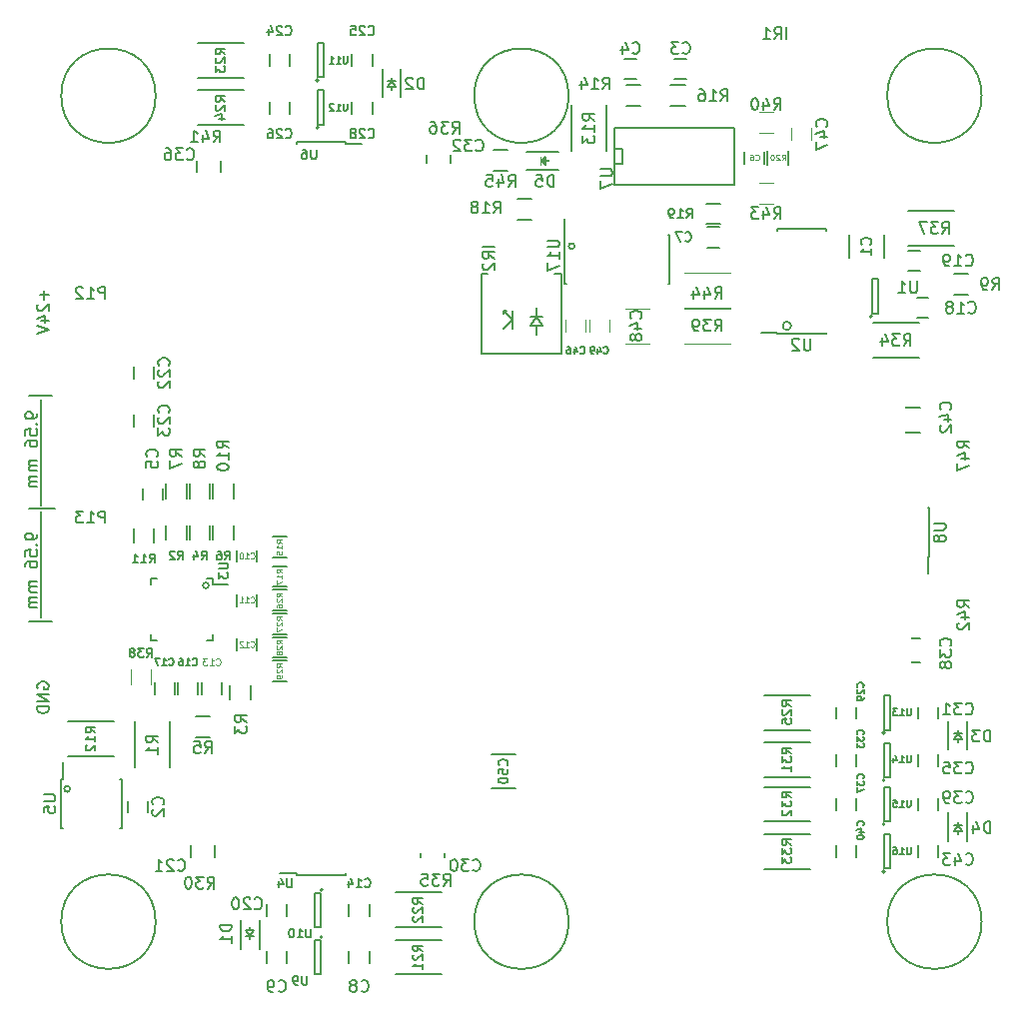
<source format=gbo>
G04 #@! TF.FileFunction,Legend,Bot*
%FSLAX46Y46*%
G04 Gerber Fmt 4.6, Leading zero omitted, Abs format (unit mm)*
G04 Created by KiCad (PCBNEW 4.0.2+dfsg1-stable) date tor 18 maj 2017 17:38:11*
%MOMM*%
G01*
G04 APERTURE LIST*
%ADD10C,0.100000*%
%ADD11C,0.150000*%
%ADD12C,0.200000*%
%ADD13C,0.120000*%
%ADD14C,0.125000*%
%ADD15R,0.960000X2.000000*%
%ADD16R,2.200000X1.200000*%
%ADD17R,0.900000X1.500000*%
%ADD18R,1.400000X0.480000*%
%ADD19R,0.480000X1.400000*%
%ADD20R,0.800000X1.750000*%
%ADD21R,1.500000X0.900000*%
%ADD22R,1.450000X1.200000*%
%ADD23R,1.200000X1.450000*%
%ADD24R,2.700000X1.200000*%
%ADD25R,1.200000X2.700000*%
%ADD26C,4.200000*%
%ADD27R,3.380000X1.855000*%
%ADD28R,1.855000X3.380000*%
%ADD29R,1.750000X0.800000*%
%ADD30R,1.800000X1.200000*%
%ADD31R,1.200000X1.800000*%
%ADD32R,0.650000X0.790000*%
%ADD33R,2.800000X0.710000*%
%ADD34R,0.710000X2.800000*%
%ADD35R,1.260000X0.850000*%
%ADD36R,1.700000X0.800000*%
%ADD37R,0.708000X1.343000*%
%ADD38R,0.800000X1.700000*%
%ADD39R,2.000000X0.960000*%
%ADD40R,1.398880X1.398880*%
%ADD41R,1.200000X3.200000*%
%ADD42R,1.200000X0.600000*%
%ADD43R,0.600000X1.200000*%
%ADD44C,0.254000*%
G04 APERTURE END LIST*
D10*
D11*
X58952381Y-102154762D02*
X58952381Y-102345238D01*
X58904762Y-102440477D01*
X58857143Y-102488096D01*
X58714286Y-102583334D01*
X58523810Y-102630953D01*
X58142857Y-102630953D01*
X58047619Y-102583334D01*
X58000000Y-102535715D01*
X57952381Y-102440477D01*
X57952381Y-102250000D01*
X58000000Y-102154762D01*
X58047619Y-102107143D01*
X58142857Y-102059524D01*
X58380952Y-102059524D01*
X58476190Y-102107143D01*
X58523810Y-102154762D01*
X58571429Y-102250000D01*
X58571429Y-102440477D01*
X58523810Y-102535715D01*
X58476190Y-102583334D01*
X58380952Y-102630953D01*
X58857143Y-103059524D02*
X58904762Y-103107143D01*
X58952381Y-103059524D01*
X58904762Y-103011905D01*
X58857143Y-103059524D01*
X58952381Y-103059524D01*
X57952381Y-104011905D02*
X57952381Y-103535714D01*
X58428571Y-103488095D01*
X58380952Y-103535714D01*
X58333333Y-103630952D01*
X58333333Y-103869048D01*
X58380952Y-103964286D01*
X58428571Y-104011905D01*
X58523810Y-104059524D01*
X58761905Y-104059524D01*
X58857143Y-104011905D01*
X58904762Y-103964286D01*
X58952381Y-103869048D01*
X58952381Y-103630952D01*
X58904762Y-103535714D01*
X58857143Y-103488095D01*
X57952381Y-104916667D02*
X57952381Y-104726190D01*
X58000000Y-104630952D01*
X58047619Y-104583333D01*
X58190476Y-104488095D01*
X58380952Y-104440476D01*
X58761905Y-104440476D01*
X58857143Y-104488095D01*
X58904762Y-104535714D01*
X58952381Y-104630952D01*
X58952381Y-104821429D01*
X58904762Y-104916667D01*
X58857143Y-104964286D01*
X58761905Y-105011905D01*
X58523810Y-105011905D01*
X58428571Y-104964286D01*
X58380952Y-104916667D01*
X58333333Y-104821429D01*
X58333333Y-104630952D01*
X58380952Y-104535714D01*
X58428571Y-104488095D01*
X58523810Y-104440476D01*
X58952381Y-106202381D02*
X58285714Y-106202381D01*
X58380952Y-106202381D02*
X58333333Y-106250000D01*
X58285714Y-106345238D01*
X58285714Y-106488096D01*
X58333333Y-106583334D01*
X58428571Y-106630953D01*
X58952381Y-106630953D01*
X58428571Y-106630953D02*
X58333333Y-106678572D01*
X58285714Y-106773810D01*
X58285714Y-106916667D01*
X58333333Y-107011905D01*
X58428571Y-107059524D01*
X58952381Y-107059524D01*
X58952381Y-107535714D02*
X58285714Y-107535714D01*
X58380952Y-107535714D02*
X58333333Y-107583333D01*
X58285714Y-107678571D01*
X58285714Y-107821429D01*
X58333333Y-107916667D01*
X58428571Y-107964286D01*
X58952381Y-107964286D01*
X58428571Y-107964286D02*
X58333333Y-108011905D01*
X58285714Y-108107143D01*
X58285714Y-108250000D01*
X58333333Y-108345238D01*
X58428571Y-108392857D01*
X58952381Y-108392857D01*
D12*
X59250000Y-100250000D02*
X59250000Y-109250000D01*
X59250000Y-90750000D02*
X59250000Y-99750000D01*
X60250000Y-109560000D02*
X58250000Y-109560000D01*
X60500000Y-100000000D02*
X58250000Y-100000000D01*
X60250000Y-90440000D02*
X58250000Y-90440000D01*
D11*
X58952381Y-91904762D02*
X58952381Y-92095238D01*
X58904762Y-92190477D01*
X58857143Y-92238096D01*
X58714286Y-92333334D01*
X58523810Y-92380953D01*
X58142857Y-92380953D01*
X58047619Y-92333334D01*
X58000000Y-92285715D01*
X57952381Y-92190477D01*
X57952381Y-92000000D01*
X58000000Y-91904762D01*
X58047619Y-91857143D01*
X58142857Y-91809524D01*
X58380952Y-91809524D01*
X58476190Y-91857143D01*
X58523810Y-91904762D01*
X58571429Y-92000000D01*
X58571429Y-92190477D01*
X58523810Y-92285715D01*
X58476190Y-92333334D01*
X58380952Y-92380953D01*
X58857143Y-92809524D02*
X58904762Y-92857143D01*
X58952381Y-92809524D01*
X58904762Y-92761905D01*
X58857143Y-92809524D01*
X58952381Y-92809524D01*
X57952381Y-93761905D02*
X57952381Y-93285714D01*
X58428571Y-93238095D01*
X58380952Y-93285714D01*
X58333333Y-93380952D01*
X58333333Y-93619048D01*
X58380952Y-93714286D01*
X58428571Y-93761905D01*
X58523810Y-93809524D01*
X58761905Y-93809524D01*
X58857143Y-93761905D01*
X58904762Y-93714286D01*
X58952381Y-93619048D01*
X58952381Y-93380952D01*
X58904762Y-93285714D01*
X58857143Y-93238095D01*
X57952381Y-94666667D02*
X57952381Y-94476190D01*
X58000000Y-94380952D01*
X58047619Y-94333333D01*
X58190476Y-94238095D01*
X58380952Y-94190476D01*
X58761905Y-94190476D01*
X58857143Y-94238095D01*
X58904762Y-94285714D01*
X58952381Y-94380952D01*
X58952381Y-94571429D01*
X58904762Y-94666667D01*
X58857143Y-94714286D01*
X58761905Y-94761905D01*
X58523810Y-94761905D01*
X58428571Y-94714286D01*
X58380952Y-94666667D01*
X58333333Y-94571429D01*
X58333333Y-94380952D01*
X58380952Y-94285714D01*
X58428571Y-94238095D01*
X58523810Y-94190476D01*
X58952381Y-95952381D02*
X58285714Y-95952381D01*
X58380952Y-95952381D02*
X58333333Y-96000000D01*
X58285714Y-96095238D01*
X58285714Y-96238096D01*
X58333333Y-96333334D01*
X58428571Y-96380953D01*
X58952381Y-96380953D01*
X58428571Y-96380953D02*
X58333333Y-96428572D01*
X58285714Y-96523810D01*
X58285714Y-96666667D01*
X58333333Y-96761905D01*
X58428571Y-96809524D01*
X58952381Y-96809524D01*
X58952381Y-97285714D02*
X58285714Y-97285714D01*
X58380952Y-97285714D02*
X58333333Y-97333333D01*
X58285714Y-97428571D01*
X58285714Y-97571429D01*
X58333333Y-97666667D01*
X58428571Y-97714286D01*
X58952381Y-97714286D01*
X58428571Y-97714286D02*
X58333333Y-97761905D01*
X58285714Y-97857143D01*
X58285714Y-98000000D01*
X58333333Y-98095238D01*
X58428571Y-98142857D01*
X58952381Y-98142857D01*
X59000000Y-115238096D02*
X58952381Y-115142858D01*
X58952381Y-115000001D01*
X59000000Y-114857143D01*
X59095238Y-114761905D01*
X59190476Y-114714286D01*
X59380952Y-114666667D01*
X59523810Y-114666667D01*
X59714286Y-114714286D01*
X59809524Y-114761905D01*
X59904762Y-114857143D01*
X59952381Y-115000001D01*
X59952381Y-115095239D01*
X59904762Y-115238096D01*
X59857143Y-115285715D01*
X59523810Y-115285715D01*
X59523810Y-115095239D01*
X59952381Y-115714286D02*
X58952381Y-115714286D01*
X59952381Y-116285715D01*
X58952381Y-116285715D01*
X59952381Y-116761905D02*
X58952381Y-116761905D01*
X58952381Y-117000000D01*
X59000000Y-117142858D01*
X59095238Y-117238096D01*
X59190476Y-117285715D01*
X59380952Y-117333334D01*
X59523810Y-117333334D01*
X59714286Y-117285715D01*
X59809524Y-117238096D01*
X59904762Y-117142858D01*
X59952381Y-117000000D01*
X59952381Y-116761905D01*
X59571429Y-81488095D02*
X59571429Y-82250000D01*
X59952381Y-81869048D02*
X59190476Y-81869048D01*
X59047619Y-82678571D02*
X59000000Y-82726190D01*
X58952381Y-82821428D01*
X58952381Y-83059524D01*
X59000000Y-83154762D01*
X59047619Y-83202381D01*
X59142857Y-83250000D01*
X59238095Y-83250000D01*
X59380952Y-83202381D01*
X59952381Y-82630952D01*
X59952381Y-83250000D01*
X59285714Y-84107143D02*
X59952381Y-84107143D01*
X58904762Y-83869047D02*
X59619048Y-83630952D01*
X59619048Y-84250000D01*
X58952381Y-84488095D02*
X59952381Y-84821428D01*
X58952381Y-85154762D01*
D12*
X104500000Y-77750000D02*
G75*
G03X104500000Y-77750000I-250000J0D01*
G01*
X122853553Y-84500000D02*
G75*
G03X122853553Y-84500000I-353553J0D01*
G01*
X61750000Y-123750000D02*
G75*
G03X61750000Y-123750000I-250000J0D01*
G01*
X73500000Y-106500000D02*
G75*
G03X73500000Y-106500000I-250000J0D01*
G01*
X96600000Y-80100000D02*
X97100000Y-80100000D01*
X96600000Y-86900000D02*
X96600000Y-80100000D01*
X103400000Y-86900000D02*
X96600000Y-86900000D01*
X103400000Y-80100000D02*
X103400000Y-86900000D01*
X102800000Y-80100000D02*
X103400000Y-80100000D01*
D11*
X98500000Y-83258000D02*
X98500000Y-83508000D01*
X98500000Y-83258000D02*
X98750000Y-83258000D01*
X99250000Y-84008000D02*
X98500000Y-83258000D01*
X98500000Y-84758000D02*
X99250000Y-84008000D01*
X99250000Y-84758000D02*
X99250000Y-83258000D01*
X101250000Y-83758000D02*
X101250000Y-83008000D01*
X100750000Y-83758000D02*
X101250000Y-83758000D01*
X101750000Y-83758000D02*
X100750000Y-83758000D01*
X100750000Y-84508000D02*
X101250000Y-84508000D01*
X101250000Y-83758000D02*
X100750000Y-84508000D01*
X101750000Y-84508000D02*
X101250000Y-83758000D01*
X101250000Y-84508000D02*
X101750000Y-84508000D01*
X101250000Y-85258000D02*
X101250000Y-84508000D01*
X112650000Y-65875000D02*
X113850000Y-65875000D01*
X113850000Y-64125000D02*
X112650000Y-64125000D01*
X73875000Y-105875000D02*
X73875000Y-106385000D01*
X68625000Y-105875000D02*
X68625000Y-106385000D01*
X68625000Y-111125000D02*
X68625000Y-110615000D01*
X73875000Y-111125000D02*
X73875000Y-110615000D01*
X73875000Y-105875000D02*
X73365000Y-105875000D01*
X73875000Y-111125000D02*
X73365000Y-111125000D01*
X68625000Y-111125000D02*
X69135000Y-111125000D01*
X68625000Y-105875000D02*
X69135000Y-105875000D01*
X73875000Y-106385000D02*
X75100000Y-106385000D01*
X134575000Y-104075000D02*
X134430000Y-104075000D01*
X134575000Y-99925000D02*
X134430000Y-99925000D01*
X129425000Y-99925000D02*
X129570000Y-99925000D01*
X129425000Y-104075000D02*
X129570000Y-104075000D01*
X134575000Y-104075000D02*
X134575000Y-99925000D01*
X129425000Y-104075000D02*
X129425000Y-99925000D01*
X134430000Y-104075000D02*
X134430000Y-105475000D01*
X75325000Y-114950000D02*
X75325000Y-116150000D01*
X77075000Y-116150000D02*
X77075000Y-114950000D01*
X87100000Y-133500000D02*
X87100000Y-134500000D01*
X85400000Y-134500000D02*
X85400000Y-133500000D01*
X83250000Y-124350000D02*
X82250000Y-124350000D01*
X82250000Y-122650000D02*
X83250000Y-122650000D01*
X133650000Y-121800000D02*
X133650000Y-120800000D01*
X135350000Y-120800000D02*
X135350000Y-121800000D01*
X107225000Y-69700000D02*
X107225000Y-65800000D01*
X104275000Y-65800000D02*
X104275000Y-69700000D01*
X93200000Y-136525000D02*
X89300000Y-136525000D01*
X89300000Y-139475000D02*
X93200000Y-139475000D01*
X115650000Y-75875000D02*
X116850000Y-75875000D01*
X116850000Y-74125000D02*
X115650000Y-74125000D01*
X67150000Y-89000000D02*
X67150000Y-88000000D01*
X68850000Y-88000000D02*
X68850000Y-89000000D01*
X67150000Y-93000000D02*
X67150000Y-92000000D01*
X68850000Y-92000000D02*
X68850000Y-93000000D01*
X99650000Y-75475000D02*
X100850000Y-75475000D01*
X100850000Y-73725000D02*
X99650000Y-73725000D01*
X122625000Y-70850000D02*
X122625000Y-69650000D01*
X120875000Y-69650000D02*
X120875000Y-70850000D01*
X80350000Y-61500000D02*
X80350000Y-62500000D01*
X78650000Y-62500000D02*
X78650000Y-61500000D01*
X87350000Y-61500000D02*
X87350000Y-62500000D01*
X85650000Y-62500000D02*
X85650000Y-61500000D01*
X78650000Y-66500000D02*
X78650000Y-65500000D01*
X80350000Y-65500000D02*
X80350000Y-66500000D01*
X66650000Y-125750000D02*
X66650000Y-124750000D01*
X68350000Y-124750000D02*
X68350000Y-125750000D01*
X114000000Y-63600000D02*
X113000000Y-63600000D01*
X113000000Y-61900000D02*
X114000000Y-61900000D01*
X108750000Y-61900000D02*
X109750000Y-61900000D01*
X109750000Y-63600000D02*
X108750000Y-63600000D01*
X67900000Y-99250000D02*
X67900000Y-98250000D01*
X69600000Y-98250000D02*
X69600000Y-99250000D01*
X120600000Y-69750000D02*
X120600000Y-70750000D01*
X118900000Y-70750000D02*
X118900000Y-69750000D01*
X115750000Y-76150000D02*
X116750000Y-76150000D01*
X116750000Y-77850000D02*
X115750000Y-77850000D01*
X85400000Y-138500000D02*
X85400000Y-137500000D01*
X87100000Y-137500000D02*
X87100000Y-138500000D01*
X78400000Y-138500000D02*
X78400000Y-137500000D01*
X80100000Y-137500000D02*
X80100000Y-138500000D01*
X75900000Y-104500000D02*
X75900000Y-103500000D01*
X77600000Y-103500000D02*
X77600000Y-104500000D01*
X75900000Y-108250000D02*
X75900000Y-107250000D01*
X77600000Y-107250000D02*
X77600000Y-108250000D01*
X75900000Y-112000000D02*
X75900000Y-111000000D01*
X77600000Y-111000000D02*
X77600000Y-112000000D01*
X74600000Y-114750000D02*
X74600000Y-115750000D01*
X72900000Y-115750000D02*
X72900000Y-114750000D01*
X70900000Y-115750000D02*
X70900000Y-114750000D01*
X72600000Y-114750000D02*
X72600000Y-115750000D01*
X68900000Y-115750000D02*
X68900000Y-114750000D01*
X70600000Y-114750000D02*
X70600000Y-115750000D01*
X134500000Y-83850000D02*
X133500000Y-83850000D01*
X133500000Y-82150000D02*
X134500000Y-82150000D01*
X133750000Y-79850000D02*
X132750000Y-79850000D01*
X132750000Y-78150000D02*
X133750000Y-78150000D01*
X84500000Y-121850000D02*
X83500000Y-121850000D01*
X83500000Y-120150000D02*
X84500000Y-120150000D01*
X85650000Y-66500000D02*
X85650000Y-65500000D01*
X87350000Y-65500000D02*
X87350000Y-66500000D01*
X126650000Y-121800000D02*
X126650000Y-120800000D01*
X128350000Y-120800000D02*
X128350000Y-121800000D01*
X82750000Y-75650000D02*
X83750000Y-75650000D01*
X83750000Y-77350000D02*
X82750000Y-77350000D01*
X135350000Y-124550000D02*
X135350000Y-125550000D01*
X133650000Y-125550000D02*
X133650000Y-124550000D01*
X126650000Y-129550000D02*
X126650000Y-128550000D01*
X128350000Y-128550000D02*
X128350000Y-129550000D01*
X71625000Y-102600000D02*
X71625000Y-101400000D01*
X69875000Y-101400000D02*
X69875000Y-102600000D01*
X73625000Y-102600000D02*
X73625000Y-101400000D01*
X71875000Y-101400000D02*
X71875000Y-102600000D01*
X72400000Y-119375000D02*
X73600000Y-119375000D01*
X73600000Y-117625000D02*
X72400000Y-117625000D01*
X75625000Y-102600000D02*
X75625000Y-101400000D01*
X73875000Y-101400000D02*
X73875000Y-102600000D01*
X69875000Y-97900000D02*
X69875000Y-99100000D01*
X71625000Y-99100000D02*
X71625000Y-97900000D01*
X71875000Y-97900000D02*
X71875000Y-99100000D01*
X73625000Y-99100000D02*
X73625000Y-97900000D01*
X137849990Y-80124990D02*
X136649990Y-80124990D01*
X136649990Y-81874990D02*
X137849990Y-81874990D01*
X73875000Y-97900000D02*
X73875000Y-99100000D01*
X75625000Y-99100000D02*
X75625000Y-97900000D01*
X68875000Y-102850000D02*
X68875000Y-101650000D01*
X67125000Y-101650000D02*
X67125000Y-102850000D01*
X80100000Y-102375000D02*
X78900000Y-102375000D01*
X78900000Y-104125000D02*
X80100000Y-104125000D01*
X78900000Y-106625000D02*
X80100000Y-106625000D01*
X80100000Y-104875000D02*
X78900000Y-104875000D01*
X80100000Y-106875000D02*
X78900000Y-106875000D01*
X78900000Y-108625000D02*
X80100000Y-108625000D01*
X78900000Y-110625000D02*
X80100000Y-110625000D01*
X80100000Y-108875000D02*
X78900000Y-108875000D01*
X80100000Y-110875000D02*
X78900000Y-110875000D01*
X78900000Y-112625000D02*
X80100000Y-112625000D01*
X78900000Y-114625000D02*
X80100000Y-114625000D01*
X80100000Y-112875000D02*
X78900000Y-112875000D01*
X80925000Y-131075000D02*
X80925000Y-130930000D01*
X85075000Y-131075000D02*
X85075000Y-130930000D01*
X85075000Y-125925000D02*
X85075000Y-126070000D01*
X80925000Y-125925000D02*
X80925000Y-126070000D01*
X80925000Y-131075000D02*
X85075000Y-131075000D01*
X80925000Y-125925000D02*
X85075000Y-125925000D01*
X80925000Y-130930000D02*
X79525000Y-130930000D01*
X60975000Y-122925000D02*
X61120000Y-122925000D01*
X60975000Y-127075000D02*
X61120000Y-127075000D01*
X66125000Y-127075000D02*
X65980000Y-127075000D01*
X66125000Y-122925000D02*
X65980000Y-122925000D01*
X60975000Y-122925000D02*
X60975000Y-127075000D01*
X66125000Y-122925000D02*
X66125000Y-127075000D01*
X61120000Y-122925000D02*
X61120000Y-121525000D01*
X85075000Y-68925000D02*
X85075000Y-69070000D01*
X80925000Y-68925000D02*
X80925000Y-69070000D01*
X80925000Y-74075000D02*
X80925000Y-73930000D01*
X85075000Y-74075000D02*
X85075000Y-73930000D01*
X85075000Y-68925000D02*
X80925000Y-68925000D01*
X85075000Y-74075000D02*
X80925000Y-74075000D01*
X85075000Y-69070000D02*
X86475000Y-69070000D01*
X71975000Y-129500000D02*
X71975000Y-127500000D01*
X74025000Y-127500000D02*
X74025000Y-129500000D01*
X91475000Y-129500000D02*
X91475000Y-127500000D01*
X93525000Y-127500000D02*
X93525000Y-129500000D01*
X94025000Y-70000000D02*
X94025000Y-72000000D01*
X91975000Y-72000000D02*
X91975000Y-70000000D01*
X74525000Y-70500000D02*
X74525000Y-72500000D01*
X72475000Y-72500000D02*
X72475000Y-70500000D01*
X133750000Y-113025000D02*
X131750000Y-113025000D01*
X131750000Y-110975000D02*
X133750000Y-110975000D01*
X133750000Y-93525000D02*
X131750000Y-93525000D01*
X131750000Y-91475000D02*
X133750000Y-91475000D01*
X108900000Y-65875000D02*
X110100000Y-65875000D01*
X110100000Y-64125000D02*
X108900000Y-64125000D01*
X133650000Y-129550000D02*
X133650000Y-128550000D01*
X135350000Y-128550000D02*
X135350000Y-129550000D01*
X128600000Y-101750000D02*
X128600000Y-102750000D01*
X126900000Y-102750000D02*
X126900000Y-101750000D01*
X126100000Y-100000000D02*
X126100000Y-101000000D01*
X124400000Y-101000000D02*
X124400000Y-100000000D01*
X137000000Y-127300000D02*
X137000000Y-127550000D01*
X137000000Y-126800000D02*
X137000000Y-126550000D01*
X137000000Y-126800000D02*
X136650000Y-127300000D01*
X136650000Y-127300000D02*
X137350000Y-127300000D01*
X137350000Y-127300000D02*
X137000000Y-126800000D01*
X136650000Y-126800000D02*
X137350000Y-126800000D01*
X137800000Y-125750000D02*
X137800000Y-128150000D01*
X136200000Y-125750000D02*
X136200000Y-128150000D01*
X77500000Y-122650000D02*
X78500000Y-122650000D01*
X78500000Y-124350000D02*
X77500000Y-124350000D01*
X86250000Y-122650000D02*
X87250000Y-122650000D01*
X87250000Y-124350000D02*
X86250000Y-124350000D01*
X89000000Y-77100000D02*
X88000000Y-77100000D01*
X88000000Y-75400000D02*
X89000000Y-75400000D01*
X79750000Y-77350000D02*
X78750000Y-77350000D01*
X78750000Y-75650000D02*
X79750000Y-75650000D01*
X126900000Y-107750000D02*
X126900000Y-106750000D01*
X128600000Y-106750000D02*
X128600000Y-107750000D01*
X126900000Y-98750000D02*
X126900000Y-97750000D01*
X128600000Y-97750000D02*
X128600000Y-98750000D01*
X82800000Y-63700000D02*
G75*
G03X82800000Y-63700000I-100000J0D01*
G01*
X83250000Y-63450000D02*
X82750000Y-63450000D01*
X83250000Y-60550000D02*
X83250000Y-63450000D01*
X82750000Y-60550000D02*
X83250000Y-60550000D01*
X82750000Y-63450000D02*
X82750000Y-60550000D01*
X82800000Y-67700000D02*
G75*
G03X82800000Y-67700000I-100000J0D01*
G01*
X83250000Y-67450000D02*
X82750000Y-67450000D01*
X83250000Y-64550000D02*
X83250000Y-67450000D01*
X82750000Y-64550000D02*
X83250000Y-64550000D01*
X82750000Y-67450000D02*
X82750000Y-64550000D01*
X130800000Y-119000000D02*
G75*
G03X130800000Y-119000000I-100000J0D01*
G01*
X131250000Y-118750000D02*
X130750000Y-118750000D01*
X131250000Y-115850000D02*
X131250000Y-118750000D01*
X130750000Y-115850000D02*
X131250000Y-115850000D01*
X130750000Y-118750000D02*
X130750000Y-115850000D01*
X130800000Y-123000000D02*
G75*
G03X130800000Y-123000000I-100000J0D01*
G01*
X131250000Y-122750000D02*
X130750000Y-122750000D01*
X131250000Y-119850000D02*
X131250000Y-122750000D01*
X130750000Y-119850000D02*
X131250000Y-119850000D01*
X130750000Y-122750000D02*
X130750000Y-119850000D01*
X130800000Y-126750000D02*
G75*
G03X130800000Y-126750000I-100000J0D01*
G01*
X131250000Y-126500000D02*
X130750000Y-126500000D01*
X131250000Y-123600000D02*
X131250000Y-126500000D01*
X130750000Y-123600000D02*
X131250000Y-123600000D01*
X130750000Y-126500000D02*
X130750000Y-123600000D01*
X130800000Y-130750000D02*
G75*
G03X130800000Y-130750000I-100000J0D01*
G01*
X131250000Y-130500000D02*
X130750000Y-130500000D01*
X131250000Y-127600000D02*
X131250000Y-130500000D01*
X130750000Y-127600000D02*
X131250000Y-127600000D01*
X130750000Y-130500000D02*
X130750000Y-127600000D01*
X130725000Y-76750000D02*
X130725000Y-78750000D01*
X127775000Y-78750000D02*
X127775000Y-76750000D01*
X80100000Y-133500000D02*
X80100000Y-134500000D01*
X78400000Y-134500000D02*
X78400000Y-133500000D01*
X128350000Y-116800000D02*
X128350000Y-117800000D01*
X126650000Y-117800000D02*
X126650000Y-116800000D01*
X135350000Y-116800000D02*
X135350000Y-117800000D01*
X133650000Y-117800000D02*
X133650000Y-116800000D01*
X128350000Y-124550000D02*
X128350000Y-125550000D01*
X126650000Y-125550000D02*
X126650000Y-124550000D01*
X81000000Y-78150000D02*
X82000000Y-78150000D01*
X82000000Y-79850000D02*
X81000000Y-79850000D01*
X77000000Y-135750000D02*
X77000000Y-135500000D01*
X77000000Y-136250000D02*
X77000000Y-136500000D01*
X77000000Y-136250000D02*
X77350000Y-135750000D01*
X77350000Y-135750000D02*
X76650000Y-135750000D01*
X76650000Y-135750000D02*
X77000000Y-136250000D01*
X77350000Y-136250000D02*
X76650000Y-136250000D01*
X76200000Y-137300000D02*
X76200000Y-134900000D01*
X77800000Y-137300000D02*
X77800000Y-134900000D01*
X89000000Y-64250000D02*
X89000000Y-64500000D01*
X89000000Y-63750000D02*
X89000000Y-63500000D01*
X89000000Y-63750000D02*
X88650000Y-64250000D01*
X88650000Y-64250000D02*
X89350000Y-64250000D01*
X89350000Y-64250000D02*
X89000000Y-63750000D01*
X88650000Y-63750000D02*
X89350000Y-63750000D01*
X89800000Y-62700000D02*
X89800000Y-65100000D01*
X88200000Y-62700000D02*
X88200000Y-65100000D01*
X137000000Y-119550000D02*
X137000000Y-119800000D01*
X137000000Y-119050000D02*
X137000000Y-118800000D01*
X137000000Y-119050000D02*
X136650000Y-119550000D01*
X136650000Y-119550000D02*
X137350000Y-119550000D01*
X137350000Y-119550000D02*
X137000000Y-119050000D01*
X136650000Y-119050000D02*
X137350000Y-119050000D01*
X137800000Y-118000000D02*
X137800000Y-120400000D01*
X136200000Y-118000000D02*
X136200000Y-120400000D01*
X67275000Y-118050000D02*
X67275000Y-121950000D01*
X70225000Y-121950000D02*
X70225000Y-118050000D01*
X65450000Y-118025000D02*
X61550000Y-118025000D01*
X61550000Y-120975000D02*
X65450000Y-120975000D01*
X93200000Y-132525000D02*
X89300000Y-132525000D01*
X89300000Y-135475000D02*
X93200000Y-135475000D01*
X72550000Y-63475000D02*
X76450000Y-63475000D01*
X76450000Y-60525000D02*
X72550000Y-60525000D01*
X72550000Y-67475000D02*
X76450000Y-67475000D01*
X76450000Y-64525000D02*
X72550000Y-64525000D01*
X120550000Y-118775000D02*
X124450000Y-118775000D01*
X124450000Y-115825000D02*
X120550000Y-115825000D01*
X120550000Y-122775000D02*
X124450000Y-122775000D01*
X124450000Y-119825000D02*
X120550000Y-119825000D01*
X120550000Y-126525000D02*
X124450000Y-126525000D01*
X124450000Y-123575000D02*
X120550000Y-123575000D01*
X120550000Y-130525000D02*
X124450000Y-130525000D01*
X124450000Y-127575000D02*
X120550000Y-127575000D01*
X133700000Y-84275000D02*
X129800000Y-84275000D01*
X129800000Y-87225000D02*
X133700000Y-87225000D01*
X136700000Y-74775000D02*
X132800000Y-74775000D01*
X132800000Y-77725000D02*
X136700000Y-77725000D01*
X129700000Y-83700000D02*
G75*
G03X129700000Y-83700000I-100000J0D01*
G01*
X130250000Y-83450000D02*
X129750000Y-83450000D01*
X130250000Y-80550000D02*
X130250000Y-83450000D01*
X129750000Y-80550000D02*
X130250000Y-80550000D01*
X129750000Y-83450000D02*
X129750000Y-80550000D01*
X121675000Y-85200000D02*
X121675000Y-85085000D01*
X125825000Y-85200000D02*
X125825000Y-85085000D01*
X125825000Y-76300000D02*
X125825000Y-76415000D01*
X121675000Y-76300000D02*
X121675000Y-76415000D01*
X121675000Y-85200000D02*
X125825000Y-85200000D01*
X121675000Y-76300000D02*
X125825000Y-76300000D01*
X121675000Y-85085000D02*
X120300000Y-85085000D01*
X118070000Y-72536000D02*
X118070000Y-67710000D01*
X118070000Y-67710000D02*
X107910000Y-67710000D01*
X107910000Y-67710000D02*
X107910000Y-72536000D01*
X107910000Y-72536000D02*
X118070000Y-72536000D01*
X107910000Y-70758000D02*
X108545000Y-70758000D01*
X108545000Y-70758000D02*
X108545000Y-69488000D01*
X108545000Y-69488000D02*
X107910000Y-69488000D01*
X83150000Y-136300000D02*
G75*
G03X83150000Y-136300000I-100000J0D01*
G01*
X82500000Y-136550000D02*
X83000000Y-136550000D01*
X82500000Y-139450000D02*
X82500000Y-136550000D01*
X83000000Y-139450000D02*
X82500000Y-139450000D01*
X83000000Y-136550000D02*
X83000000Y-139450000D01*
X83150000Y-132300000D02*
G75*
G03X83150000Y-132300000I-100000J0D01*
G01*
X82500000Y-132550000D02*
X83000000Y-132550000D01*
X82500000Y-135450000D02*
X82500000Y-132550000D01*
X83000000Y-135450000D02*
X82500000Y-135450000D01*
X83000000Y-132550000D02*
X83000000Y-135450000D01*
D13*
X103751790Y-85000000D02*
X103751790Y-84000000D01*
X105451790Y-84000000D02*
X105451790Y-85000000D01*
X124600000Y-67750000D02*
X124600000Y-68750000D01*
X122900000Y-68750000D02*
X122900000Y-67750000D01*
X110801790Y-85980000D02*
X108801790Y-85980000D01*
X108801790Y-83020000D02*
X110801790Y-83020000D01*
X105751790Y-85000000D02*
X105751790Y-84000000D01*
X107451790Y-84000000D02*
X107451790Y-85000000D01*
X68630000Y-114850000D02*
X68630000Y-113650000D01*
X66870000Y-113650000D02*
X66870000Y-114850000D01*
X113800000Y-85980000D02*
X117700000Y-85980000D01*
X117700000Y-83020000D02*
X113800000Y-83020000D01*
X121350000Y-66370000D02*
X120150000Y-66370000D01*
X120150000Y-68130000D02*
X121350000Y-68130000D01*
X120150000Y-74130000D02*
X121350000Y-74130000D01*
X121350000Y-72370000D02*
X120150000Y-72370000D01*
X117700000Y-80020000D02*
X113800000Y-80020000D01*
X113800000Y-82980000D02*
X117700000Y-82980000D01*
D11*
X103660000Y-76825000D02*
X103685000Y-76825000D01*
X103660000Y-80975000D02*
X103775000Y-80975000D01*
X112560000Y-80975000D02*
X112445000Y-80975000D01*
X112560000Y-76825000D02*
X112445000Y-76825000D01*
X103660000Y-76825000D02*
X103660000Y-80975000D01*
X112560000Y-76825000D02*
X112560000Y-80975000D01*
X103685000Y-76825000D02*
X103685000Y-75450000D01*
X69000000Y-135000000D02*
G75*
G03X69000000Y-135000000I-4000000J0D01*
G01*
X139000000Y-135000000D02*
G75*
G03X139000000Y-135000000I-4000000J0D01*
G01*
X69000000Y-65000000D02*
G75*
G03X69000000Y-65000000I-4000000J0D01*
G01*
X139000000Y-65000000D02*
G75*
G03X139000000Y-65000000I-4000000J0D01*
G01*
X104000000Y-135000000D02*
G75*
G03X104000000Y-135000000I-4000000J0D01*
G01*
X104000000Y-65000000D02*
G75*
G03X104000000Y-65000000I-4000000J0D01*
G01*
X99500000Y-123725000D02*
X97500000Y-123725000D01*
X97500000Y-120775000D02*
X99500000Y-120775000D01*
X100400000Y-69750000D02*
X103100000Y-69750000D01*
X100400000Y-71250000D02*
X103100000Y-71250000D01*
X101900000Y-70350000D02*
X101900000Y-70600000D01*
X101900000Y-70600000D02*
X101750000Y-70450000D01*
X101650000Y-70850000D02*
X101650000Y-70150000D01*
X102000000Y-70500000D02*
X102350000Y-70500000D01*
X101650000Y-70500000D02*
X102000000Y-70850000D01*
X102000000Y-70850000D02*
X102000000Y-70150000D01*
X102000000Y-70150000D02*
X101650000Y-70500000D01*
X97650000Y-71375000D02*
X98850000Y-71375000D01*
X98850000Y-69625000D02*
X97650000Y-69625000D01*
X97702381Y-77773810D02*
X96702381Y-77773810D01*
X97702381Y-78821429D02*
X97226190Y-78488095D01*
X97702381Y-78250000D02*
X96702381Y-78250000D01*
X96702381Y-78630953D01*
X96750000Y-78726191D01*
X96797619Y-78773810D01*
X96892857Y-78821429D01*
X97035714Y-78821429D01*
X97130952Y-78773810D01*
X97178571Y-78726191D01*
X97226190Y-78630953D01*
X97226190Y-78250000D01*
X96797619Y-79202381D02*
X96750000Y-79250000D01*
X96702381Y-79345238D01*
X96702381Y-79583334D01*
X96750000Y-79678572D01*
X96797619Y-79726191D01*
X96892857Y-79773810D01*
X96988095Y-79773810D01*
X97130952Y-79726191D01*
X97702381Y-79154762D01*
X97702381Y-79773810D01*
X122476190Y-60213289D02*
X122476190Y-59213289D01*
X121428571Y-60213289D02*
X121761905Y-59737098D01*
X122000000Y-60213289D02*
X122000000Y-59213289D01*
X121619047Y-59213289D01*
X121523809Y-59260908D01*
X121476190Y-59308527D01*
X121428571Y-59403765D01*
X121428571Y-59546622D01*
X121476190Y-59641860D01*
X121523809Y-59689479D01*
X121619047Y-59737098D01*
X122000000Y-59737098D01*
X120476190Y-60213289D02*
X121047619Y-60213289D01*
X120761905Y-60213289D02*
X120761905Y-59213289D01*
X120857143Y-59356146D01*
X120952381Y-59451384D01*
X121047619Y-59499003D01*
X116892857Y-65452381D02*
X117226191Y-64976190D01*
X117464286Y-65452381D02*
X117464286Y-64452381D01*
X117083333Y-64452381D01*
X116988095Y-64500000D01*
X116940476Y-64547619D01*
X116892857Y-64642857D01*
X116892857Y-64785714D01*
X116940476Y-64880952D01*
X116988095Y-64928571D01*
X117083333Y-64976190D01*
X117464286Y-64976190D01*
X115940476Y-65452381D02*
X116511905Y-65452381D01*
X116226191Y-65452381D02*
X116226191Y-64452381D01*
X116321429Y-64595238D01*
X116416667Y-64690476D01*
X116511905Y-64738095D01*
X115083333Y-64452381D02*
X115273810Y-64452381D01*
X115369048Y-64500000D01*
X115416667Y-64547619D01*
X115511905Y-64690476D01*
X115559524Y-64880952D01*
X115559524Y-65261905D01*
X115511905Y-65357143D01*
X115464286Y-65404762D01*
X115369048Y-65452381D01*
X115178571Y-65452381D01*
X115083333Y-65404762D01*
X115035714Y-65357143D01*
X114988095Y-65261905D01*
X114988095Y-65023810D01*
X115035714Y-64928571D01*
X115083333Y-64880952D01*
X115178571Y-64833333D01*
X115369048Y-64833333D01*
X115464286Y-64880952D01*
X115511905Y-64928571D01*
X115559524Y-65023810D01*
X74311905Y-104640476D02*
X74959524Y-104640476D01*
X75035714Y-104678571D01*
X75073810Y-104716667D01*
X75111905Y-104792857D01*
X75111905Y-104945238D01*
X75073810Y-105021429D01*
X75035714Y-105059524D01*
X74959524Y-105097619D01*
X74311905Y-105097619D01*
X74311905Y-105402381D02*
X74311905Y-105897619D01*
X74616667Y-105630952D01*
X74616667Y-105745238D01*
X74654762Y-105821428D01*
X74692857Y-105859524D01*
X74769048Y-105897619D01*
X74959524Y-105897619D01*
X75035714Y-105859524D01*
X75073810Y-105821428D01*
X75111905Y-105745238D01*
X75111905Y-105516666D01*
X75073810Y-105440476D01*
X75035714Y-105402381D01*
X134952381Y-101238095D02*
X135761905Y-101238095D01*
X135857143Y-101285714D01*
X135904762Y-101333333D01*
X135952381Y-101428571D01*
X135952381Y-101619048D01*
X135904762Y-101714286D01*
X135857143Y-101761905D01*
X135761905Y-101809524D01*
X134952381Y-101809524D01*
X135380952Y-102428571D02*
X135333333Y-102333333D01*
X135285714Y-102285714D01*
X135190476Y-102238095D01*
X135142857Y-102238095D01*
X135047619Y-102285714D01*
X135000000Y-102333333D01*
X134952381Y-102428571D01*
X134952381Y-102619048D01*
X135000000Y-102714286D01*
X135047619Y-102761905D01*
X135142857Y-102809524D01*
X135190476Y-102809524D01*
X135285714Y-102761905D01*
X135333333Y-102714286D01*
X135380952Y-102619048D01*
X135380952Y-102428571D01*
X135428571Y-102333333D01*
X135476190Y-102285714D01*
X135571429Y-102238095D01*
X135761905Y-102238095D01*
X135857143Y-102285714D01*
X135904762Y-102333333D01*
X135952381Y-102428571D01*
X135952381Y-102619048D01*
X135904762Y-102714286D01*
X135857143Y-102761905D01*
X135761905Y-102809524D01*
X135571429Y-102809524D01*
X135476190Y-102761905D01*
X135428571Y-102714286D01*
X135380952Y-102619048D01*
X76702381Y-118083334D02*
X76226190Y-117750000D01*
X76702381Y-117511905D02*
X75702381Y-117511905D01*
X75702381Y-117892858D01*
X75750000Y-117988096D01*
X75797619Y-118035715D01*
X75892857Y-118083334D01*
X76035714Y-118083334D01*
X76130952Y-118035715D01*
X76178571Y-117988096D01*
X76226190Y-117892858D01*
X76226190Y-117511905D01*
X75702381Y-118416667D02*
X75702381Y-119035715D01*
X76083333Y-118702381D01*
X76083333Y-118845239D01*
X76130952Y-118940477D01*
X76178571Y-118988096D01*
X76273810Y-119035715D01*
X76511905Y-119035715D01*
X76607143Y-118988096D01*
X76654762Y-118940477D01*
X76702381Y-118845239D01*
X76702381Y-118559524D01*
X76654762Y-118464286D01*
X76607143Y-118416667D01*
X86732143Y-132017857D02*
X86767857Y-132053571D01*
X86875000Y-132089286D01*
X86946429Y-132089286D01*
X87053572Y-132053571D01*
X87125000Y-131982143D01*
X87160715Y-131910714D01*
X87196429Y-131767857D01*
X87196429Y-131660714D01*
X87160715Y-131517857D01*
X87125000Y-131446429D01*
X87053572Y-131375000D01*
X86946429Y-131339286D01*
X86875000Y-131339286D01*
X86767857Y-131375000D01*
X86732143Y-131410714D01*
X86017857Y-132089286D02*
X86446429Y-132089286D01*
X86232143Y-132089286D02*
X86232143Y-131339286D01*
X86303572Y-131446429D01*
X86375000Y-131517857D01*
X86446429Y-131553571D01*
X85375000Y-131589286D02*
X85375000Y-132089286D01*
X85553571Y-131303571D02*
X85732143Y-131839286D01*
X85267857Y-131839286D01*
X137642857Y-122357143D02*
X137690476Y-122404762D01*
X137833333Y-122452381D01*
X137928571Y-122452381D01*
X138071429Y-122404762D01*
X138166667Y-122309524D01*
X138214286Y-122214286D01*
X138261905Y-122023810D01*
X138261905Y-121880952D01*
X138214286Y-121690476D01*
X138166667Y-121595238D01*
X138071429Y-121500000D01*
X137928571Y-121452381D01*
X137833333Y-121452381D01*
X137690476Y-121500000D01*
X137642857Y-121547619D01*
X137309524Y-121452381D02*
X136690476Y-121452381D01*
X137023810Y-121833333D01*
X136880952Y-121833333D01*
X136785714Y-121880952D01*
X136738095Y-121928571D01*
X136690476Y-122023810D01*
X136690476Y-122261905D01*
X136738095Y-122357143D01*
X136785714Y-122404762D01*
X136880952Y-122452381D01*
X137166667Y-122452381D01*
X137261905Y-122404762D01*
X137309524Y-122357143D01*
X135785714Y-121452381D02*
X136261905Y-121452381D01*
X136309524Y-121928571D01*
X136261905Y-121880952D01*
X136166667Y-121833333D01*
X135928571Y-121833333D01*
X135833333Y-121880952D01*
X135785714Y-121928571D01*
X135738095Y-122023810D01*
X135738095Y-122261905D01*
X135785714Y-122357143D01*
X135833333Y-122404762D01*
X135928571Y-122452381D01*
X136166667Y-122452381D01*
X136261905Y-122404762D01*
X136309524Y-122357143D01*
X106202381Y-67107143D02*
X105726190Y-66773809D01*
X106202381Y-66535714D02*
X105202381Y-66535714D01*
X105202381Y-66916667D01*
X105250000Y-67011905D01*
X105297619Y-67059524D01*
X105392857Y-67107143D01*
X105535714Y-67107143D01*
X105630952Y-67059524D01*
X105678571Y-67011905D01*
X105726190Y-66916667D01*
X105726190Y-66535714D01*
X106202381Y-68059524D02*
X106202381Y-67488095D01*
X106202381Y-67773809D02*
X105202381Y-67773809D01*
X105345238Y-67678571D01*
X105440476Y-67583333D01*
X105488095Y-67488095D01*
X105202381Y-68392857D02*
X105202381Y-69011905D01*
X105583333Y-68678571D01*
X105583333Y-68821429D01*
X105630952Y-68916667D01*
X105678571Y-68964286D01*
X105773810Y-69011905D01*
X106011905Y-69011905D01*
X106107143Y-68964286D01*
X106154762Y-68916667D01*
X106202381Y-68821429D01*
X106202381Y-68535714D01*
X106154762Y-68440476D01*
X106107143Y-68392857D01*
X91611905Y-137485714D02*
X91230952Y-137219047D01*
X91611905Y-137028571D02*
X90811905Y-137028571D01*
X90811905Y-137333333D01*
X90850000Y-137409524D01*
X90888095Y-137447619D01*
X90964286Y-137485714D01*
X91078571Y-137485714D01*
X91154762Y-137447619D01*
X91192857Y-137409524D01*
X91230952Y-137333333D01*
X91230952Y-137028571D01*
X90888095Y-137790476D02*
X90850000Y-137828571D01*
X90811905Y-137904762D01*
X90811905Y-138095238D01*
X90850000Y-138171428D01*
X90888095Y-138209524D01*
X90964286Y-138247619D01*
X91040476Y-138247619D01*
X91154762Y-138209524D01*
X91611905Y-137752381D01*
X91611905Y-138247619D01*
X91611905Y-139009524D02*
X91611905Y-138552381D01*
X91611905Y-138780952D02*
X90811905Y-138780952D01*
X90926190Y-138704762D01*
X91002381Y-138628571D01*
X91040476Y-138552381D01*
X114014286Y-75361905D02*
X114280953Y-74980952D01*
X114471429Y-75361905D02*
X114471429Y-74561905D01*
X114166667Y-74561905D01*
X114090476Y-74600000D01*
X114052381Y-74638095D01*
X114014286Y-74714286D01*
X114014286Y-74828571D01*
X114052381Y-74904762D01*
X114090476Y-74942857D01*
X114166667Y-74980952D01*
X114471429Y-74980952D01*
X113252381Y-75361905D02*
X113709524Y-75361905D01*
X113480953Y-75361905D02*
X113480953Y-74561905D01*
X113557143Y-74676190D01*
X113633334Y-74752381D01*
X113709524Y-74790476D01*
X112871429Y-75361905D02*
X112719048Y-75361905D01*
X112642857Y-75323810D01*
X112604762Y-75285714D01*
X112528571Y-75171429D01*
X112490476Y-75019048D01*
X112490476Y-74714286D01*
X112528571Y-74638095D01*
X112566667Y-74600000D01*
X112642857Y-74561905D01*
X112795238Y-74561905D01*
X112871429Y-74600000D01*
X112909524Y-74638095D01*
X112947619Y-74714286D01*
X112947619Y-74904762D01*
X112909524Y-74980952D01*
X112871429Y-75019048D01*
X112795238Y-75057143D01*
X112642857Y-75057143D01*
X112566667Y-75019048D01*
X112528571Y-74980952D01*
X112490476Y-74904762D01*
X70107143Y-87857143D02*
X70154762Y-87809524D01*
X70202381Y-87666667D01*
X70202381Y-87571429D01*
X70154762Y-87428571D01*
X70059524Y-87333333D01*
X69964286Y-87285714D01*
X69773810Y-87238095D01*
X69630952Y-87238095D01*
X69440476Y-87285714D01*
X69345238Y-87333333D01*
X69250000Y-87428571D01*
X69202381Y-87571429D01*
X69202381Y-87666667D01*
X69250000Y-87809524D01*
X69297619Y-87857143D01*
X69297619Y-88238095D02*
X69250000Y-88285714D01*
X69202381Y-88380952D01*
X69202381Y-88619048D01*
X69250000Y-88714286D01*
X69297619Y-88761905D01*
X69392857Y-88809524D01*
X69488095Y-88809524D01*
X69630952Y-88761905D01*
X70202381Y-88190476D01*
X70202381Y-88809524D01*
X69297619Y-89190476D02*
X69250000Y-89238095D01*
X69202381Y-89333333D01*
X69202381Y-89571429D01*
X69250000Y-89666667D01*
X69297619Y-89714286D01*
X69392857Y-89761905D01*
X69488095Y-89761905D01*
X69630952Y-89714286D01*
X70202381Y-89142857D01*
X70202381Y-89761905D01*
X70107143Y-91857143D02*
X70154762Y-91809524D01*
X70202381Y-91666667D01*
X70202381Y-91571429D01*
X70154762Y-91428571D01*
X70059524Y-91333333D01*
X69964286Y-91285714D01*
X69773810Y-91238095D01*
X69630952Y-91238095D01*
X69440476Y-91285714D01*
X69345238Y-91333333D01*
X69250000Y-91428571D01*
X69202381Y-91571429D01*
X69202381Y-91666667D01*
X69250000Y-91809524D01*
X69297619Y-91857143D01*
X69297619Y-92238095D02*
X69250000Y-92285714D01*
X69202381Y-92380952D01*
X69202381Y-92619048D01*
X69250000Y-92714286D01*
X69297619Y-92761905D01*
X69392857Y-92809524D01*
X69488095Y-92809524D01*
X69630952Y-92761905D01*
X70202381Y-92190476D01*
X70202381Y-92809524D01*
X69202381Y-93142857D02*
X69202381Y-93761905D01*
X69583333Y-93428571D01*
X69583333Y-93571429D01*
X69630952Y-93666667D01*
X69678571Y-93714286D01*
X69773810Y-93761905D01*
X70011905Y-93761905D01*
X70107143Y-93714286D01*
X70154762Y-93666667D01*
X70202381Y-93571429D01*
X70202381Y-93285714D01*
X70154762Y-93190476D01*
X70107143Y-93142857D01*
X97642857Y-74952381D02*
X97976191Y-74476190D01*
X98214286Y-74952381D02*
X98214286Y-73952381D01*
X97833333Y-73952381D01*
X97738095Y-74000000D01*
X97690476Y-74047619D01*
X97642857Y-74142857D01*
X97642857Y-74285714D01*
X97690476Y-74380952D01*
X97738095Y-74428571D01*
X97833333Y-74476190D01*
X98214286Y-74476190D01*
X96690476Y-74952381D02*
X97261905Y-74952381D01*
X96976191Y-74952381D02*
X96976191Y-73952381D01*
X97071429Y-74095238D01*
X97166667Y-74190476D01*
X97261905Y-74238095D01*
X96119048Y-74380952D02*
X96214286Y-74333333D01*
X96261905Y-74285714D01*
X96309524Y-74190476D01*
X96309524Y-74142857D01*
X96261905Y-74047619D01*
X96214286Y-74000000D01*
X96119048Y-73952381D01*
X95928571Y-73952381D01*
X95833333Y-74000000D01*
X95785714Y-74047619D01*
X95738095Y-74142857D01*
X95738095Y-74190476D01*
X95785714Y-74285714D01*
X95833333Y-74333333D01*
X95928571Y-74380952D01*
X96119048Y-74380952D01*
X96214286Y-74428571D01*
X96261905Y-74476190D01*
X96309524Y-74571429D01*
X96309524Y-74761905D01*
X96261905Y-74857143D01*
X96214286Y-74904762D01*
X96119048Y-74952381D01*
X95928571Y-74952381D01*
X95833333Y-74904762D01*
X95785714Y-74857143D01*
X95738095Y-74761905D01*
X95738095Y-74571429D01*
X95785714Y-74476190D01*
X95833333Y-74428571D01*
X95928571Y-74380952D01*
D14*
X122071428Y-70476190D02*
X122238095Y-70238095D01*
X122357142Y-70476190D02*
X122357142Y-69976190D01*
X122166666Y-69976190D01*
X122119047Y-70000000D01*
X122095238Y-70023810D01*
X122071428Y-70071429D01*
X122071428Y-70142857D01*
X122095238Y-70190476D01*
X122119047Y-70214286D01*
X122166666Y-70238095D01*
X122357142Y-70238095D01*
X121880952Y-70023810D02*
X121857142Y-70000000D01*
X121809523Y-69976190D01*
X121690476Y-69976190D01*
X121642857Y-70000000D01*
X121619047Y-70023810D01*
X121595238Y-70071429D01*
X121595238Y-70119048D01*
X121619047Y-70190476D01*
X121904761Y-70476190D01*
X121595238Y-70476190D01*
X121285714Y-69976190D02*
X121238095Y-69976190D01*
X121190476Y-70000000D01*
X121166667Y-70023810D01*
X121142857Y-70071429D01*
X121119048Y-70166667D01*
X121119048Y-70285714D01*
X121142857Y-70380952D01*
X121166667Y-70428571D01*
X121190476Y-70452381D01*
X121238095Y-70476190D01*
X121285714Y-70476190D01*
X121333333Y-70452381D01*
X121357143Y-70428571D01*
X121380952Y-70380952D01*
X121404762Y-70285714D01*
X121404762Y-70166667D01*
X121380952Y-70071429D01*
X121357143Y-70023810D01*
X121333333Y-70000000D01*
X121285714Y-69976190D01*
D11*
X80014286Y-59785714D02*
X80052381Y-59823810D01*
X80166667Y-59861905D01*
X80242857Y-59861905D01*
X80357143Y-59823810D01*
X80433334Y-59747619D01*
X80471429Y-59671429D01*
X80509524Y-59519048D01*
X80509524Y-59404762D01*
X80471429Y-59252381D01*
X80433334Y-59176190D01*
X80357143Y-59100000D01*
X80242857Y-59061905D01*
X80166667Y-59061905D01*
X80052381Y-59100000D01*
X80014286Y-59138095D01*
X79709524Y-59138095D02*
X79671429Y-59100000D01*
X79595238Y-59061905D01*
X79404762Y-59061905D01*
X79328572Y-59100000D01*
X79290476Y-59138095D01*
X79252381Y-59214286D01*
X79252381Y-59290476D01*
X79290476Y-59404762D01*
X79747619Y-59861905D01*
X79252381Y-59861905D01*
X78566667Y-59328571D02*
X78566667Y-59861905D01*
X78757143Y-59023810D02*
X78947619Y-59595238D01*
X78452381Y-59595238D01*
X87014286Y-59785714D02*
X87052381Y-59823810D01*
X87166667Y-59861905D01*
X87242857Y-59861905D01*
X87357143Y-59823810D01*
X87433334Y-59747619D01*
X87471429Y-59671429D01*
X87509524Y-59519048D01*
X87509524Y-59404762D01*
X87471429Y-59252381D01*
X87433334Y-59176190D01*
X87357143Y-59100000D01*
X87242857Y-59061905D01*
X87166667Y-59061905D01*
X87052381Y-59100000D01*
X87014286Y-59138095D01*
X86709524Y-59138095D02*
X86671429Y-59100000D01*
X86595238Y-59061905D01*
X86404762Y-59061905D01*
X86328572Y-59100000D01*
X86290476Y-59138095D01*
X86252381Y-59214286D01*
X86252381Y-59290476D01*
X86290476Y-59404762D01*
X86747619Y-59861905D01*
X86252381Y-59861905D01*
X85528571Y-59061905D02*
X85909524Y-59061905D01*
X85947619Y-59442857D01*
X85909524Y-59404762D01*
X85833333Y-59366667D01*
X85642857Y-59366667D01*
X85566667Y-59404762D01*
X85528571Y-59442857D01*
X85490476Y-59519048D01*
X85490476Y-59709524D01*
X85528571Y-59785714D01*
X85566667Y-59823810D01*
X85642857Y-59861905D01*
X85833333Y-59861905D01*
X85909524Y-59823810D01*
X85947619Y-59785714D01*
X80014286Y-68535714D02*
X80052381Y-68573810D01*
X80166667Y-68611905D01*
X80242857Y-68611905D01*
X80357143Y-68573810D01*
X80433334Y-68497619D01*
X80471429Y-68421429D01*
X80509524Y-68269048D01*
X80509524Y-68154762D01*
X80471429Y-68002381D01*
X80433334Y-67926190D01*
X80357143Y-67850000D01*
X80242857Y-67811905D01*
X80166667Y-67811905D01*
X80052381Y-67850000D01*
X80014286Y-67888095D01*
X79709524Y-67888095D02*
X79671429Y-67850000D01*
X79595238Y-67811905D01*
X79404762Y-67811905D01*
X79328572Y-67850000D01*
X79290476Y-67888095D01*
X79252381Y-67964286D01*
X79252381Y-68040476D01*
X79290476Y-68154762D01*
X79747619Y-68611905D01*
X79252381Y-68611905D01*
X78566667Y-67811905D02*
X78719048Y-67811905D01*
X78795238Y-67850000D01*
X78833333Y-67888095D01*
X78909524Y-68002381D01*
X78947619Y-68154762D01*
X78947619Y-68459524D01*
X78909524Y-68535714D01*
X78871429Y-68573810D01*
X78795238Y-68611905D01*
X78642857Y-68611905D01*
X78566667Y-68573810D01*
X78528571Y-68535714D01*
X78490476Y-68459524D01*
X78490476Y-68269048D01*
X78528571Y-68192857D01*
X78566667Y-68154762D01*
X78642857Y-68116667D01*
X78795238Y-68116667D01*
X78871429Y-68154762D01*
X78909524Y-68192857D01*
X78947619Y-68269048D01*
X69607143Y-125083334D02*
X69654762Y-125035715D01*
X69702381Y-124892858D01*
X69702381Y-124797620D01*
X69654762Y-124654762D01*
X69559524Y-124559524D01*
X69464286Y-124511905D01*
X69273810Y-124464286D01*
X69130952Y-124464286D01*
X68940476Y-124511905D01*
X68845238Y-124559524D01*
X68750000Y-124654762D01*
X68702381Y-124797620D01*
X68702381Y-124892858D01*
X68750000Y-125035715D01*
X68797619Y-125083334D01*
X68797619Y-125464286D02*
X68750000Y-125511905D01*
X68702381Y-125607143D01*
X68702381Y-125845239D01*
X68750000Y-125940477D01*
X68797619Y-125988096D01*
X68892857Y-126035715D01*
X68988095Y-126035715D01*
X69130952Y-125988096D01*
X69702381Y-125416667D01*
X69702381Y-126035715D01*
X113666666Y-61357143D02*
X113714285Y-61404762D01*
X113857142Y-61452381D01*
X113952380Y-61452381D01*
X114095238Y-61404762D01*
X114190476Y-61309524D01*
X114238095Y-61214286D01*
X114285714Y-61023810D01*
X114285714Y-60880952D01*
X114238095Y-60690476D01*
X114190476Y-60595238D01*
X114095238Y-60500000D01*
X113952380Y-60452381D01*
X113857142Y-60452381D01*
X113714285Y-60500000D01*
X113666666Y-60547619D01*
X113333333Y-60452381D02*
X112714285Y-60452381D01*
X113047619Y-60833333D01*
X112904761Y-60833333D01*
X112809523Y-60880952D01*
X112761904Y-60928571D01*
X112714285Y-61023810D01*
X112714285Y-61261905D01*
X112761904Y-61357143D01*
X112809523Y-61404762D01*
X112904761Y-61452381D01*
X113190476Y-61452381D01*
X113285714Y-61404762D01*
X113333333Y-61357143D01*
X109416666Y-61357143D02*
X109464285Y-61404762D01*
X109607142Y-61452381D01*
X109702380Y-61452381D01*
X109845238Y-61404762D01*
X109940476Y-61309524D01*
X109988095Y-61214286D01*
X110035714Y-61023810D01*
X110035714Y-60880952D01*
X109988095Y-60690476D01*
X109940476Y-60595238D01*
X109845238Y-60500000D01*
X109702380Y-60452381D01*
X109607142Y-60452381D01*
X109464285Y-60500000D01*
X109416666Y-60547619D01*
X108559523Y-60785714D02*
X108559523Y-61452381D01*
X108797619Y-60404762D02*
X109035714Y-61119048D01*
X108416666Y-61119048D01*
X69107143Y-95583334D02*
X69154762Y-95535715D01*
X69202381Y-95392858D01*
X69202381Y-95297620D01*
X69154762Y-95154762D01*
X69059524Y-95059524D01*
X68964286Y-95011905D01*
X68773810Y-94964286D01*
X68630952Y-94964286D01*
X68440476Y-95011905D01*
X68345238Y-95059524D01*
X68250000Y-95154762D01*
X68202381Y-95297620D01*
X68202381Y-95392858D01*
X68250000Y-95535715D01*
X68297619Y-95583334D01*
X68202381Y-96488096D02*
X68202381Y-96011905D01*
X68678571Y-95964286D01*
X68630952Y-96011905D01*
X68583333Y-96107143D01*
X68583333Y-96345239D01*
X68630952Y-96440477D01*
X68678571Y-96488096D01*
X68773810Y-96535715D01*
X69011905Y-96535715D01*
X69107143Y-96488096D01*
X69154762Y-96440477D01*
X69202381Y-96345239D01*
X69202381Y-96107143D01*
X69154762Y-96011905D01*
X69107143Y-95964286D01*
D14*
X119833333Y-70428571D02*
X119857143Y-70452381D01*
X119928571Y-70476190D01*
X119976190Y-70476190D01*
X120047619Y-70452381D01*
X120095238Y-70404762D01*
X120119047Y-70357143D01*
X120142857Y-70261905D01*
X120142857Y-70190476D01*
X120119047Y-70095238D01*
X120095238Y-70047619D01*
X120047619Y-70000000D01*
X119976190Y-69976190D01*
X119928571Y-69976190D01*
X119857143Y-70000000D01*
X119833333Y-70023810D01*
X119404762Y-69976190D02*
X119500000Y-69976190D01*
X119547619Y-70000000D01*
X119571428Y-70023810D01*
X119619047Y-70095238D01*
X119642857Y-70190476D01*
X119642857Y-70380952D01*
X119619047Y-70428571D01*
X119595238Y-70452381D01*
X119547619Y-70476190D01*
X119452381Y-70476190D01*
X119404762Y-70452381D01*
X119380952Y-70428571D01*
X119357143Y-70380952D01*
X119357143Y-70261905D01*
X119380952Y-70214286D01*
X119404762Y-70190476D01*
X119452381Y-70166667D01*
X119547619Y-70166667D01*
X119595238Y-70190476D01*
X119619047Y-70214286D01*
X119642857Y-70261905D01*
D11*
X113883333Y-77285714D02*
X113921428Y-77323810D01*
X114035714Y-77361905D01*
X114111904Y-77361905D01*
X114226190Y-77323810D01*
X114302381Y-77247619D01*
X114340476Y-77171429D01*
X114378571Y-77019048D01*
X114378571Y-76904762D01*
X114340476Y-76752381D01*
X114302381Y-76676190D01*
X114226190Y-76600000D01*
X114111904Y-76561905D01*
X114035714Y-76561905D01*
X113921428Y-76600000D01*
X113883333Y-76638095D01*
X113616666Y-76561905D02*
X113083333Y-76561905D01*
X113426190Y-77361905D01*
X86416666Y-140857143D02*
X86464285Y-140904762D01*
X86607142Y-140952381D01*
X86702380Y-140952381D01*
X86845238Y-140904762D01*
X86940476Y-140809524D01*
X86988095Y-140714286D01*
X87035714Y-140523810D01*
X87035714Y-140380952D01*
X86988095Y-140190476D01*
X86940476Y-140095238D01*
X86845238Y-140000000D01*
X86702380Y-139952381D01*
X86607142Y-139952381D01*
X86464285Y-140000000D01*
X86416666Y-140047619D01*
X85845238Y-140380952D02*
X85940476Y-140333333D01*
X85988095Y-140285714D01*
X86035714Y-140190476D01*
X86035714Y-140142857D01*
X85988095Y-140047619D01*
X85940476Y-140000000D01*
X85845238Y-139952381D01*
X85654761Y-139952381D01*
X85559523Y-140000000D01*
X85511904Y-140047619D01*
X85464285Y-140142857D01*
X85464285Y-140190476D01*
X85511904Y-140285714D01*
X85559523Y-140333333D01*
X85654761Y-140380952D01*
X85845238Y-140380952D01*
X85940476Y-140428571D01*
X85988095Y-140476190D01*
X86035714Y-140571429D01*
X86035714Y-140761905D01*
X85988095Y-140857143D01*
X85940476Y-140904762D01*
X85845238Y-140952381D01*
X85654761Y-140952381D01*
X85559523Y-140904762D01*
X85511904Y-140857143D01*
X85464285Y-140761905D01*
X85464285Y-140571429D01*
X85511904Y-140476190D01*
X85559523Y-140428571D01*
X85654761Y-140380952D01*
X79416666Y-140857143D02*
X79464285Y-140904762D01*
X79607142Y-140952381D01*
X79702380Y-140952381D01*
X79845238Y-140904762D01*
X79940476Y-140809524D01*
X79988095Y-140714286D01*
X80035714Y-140523810D01*
X80035714Y-140380952D01*
X79988095Y-140190476D01*
X79940476Y-140095238D01*
X79845238Y-140000000D01*
X79702380Y-139952381D01*
X79607142Y-139952381D01*
X79464285Y-140000000D01*
X79416666Y-140047619D01*
X78940476Y-140952381D02*
X78750000Y-140952381D01*
X78654761Y-140904762D01*
X78607142Y-140857143D01*
X78511904Y-140714286D01*
X78464285Y-140523810D01*
X78464285Y-140142857D01*
X78511904Y-140047619D01*
X78559523Y-140000000D01*
X78654761Y-139952381D01*
X78845238Y-139952381D01*
X78940476Y-140000000D01*
X78988095Y-140047619D01*
X79035714Y-140142857D01*
X79035714Y-140380952D01*
X78988095Y-140476190D01*
X78940476Y-140523810D01*
X78845238Y-140571429D01*
X78654761Y-140571429D01*
X78559523Y-140523810D01*
X78511904Y-140476190D01*
X78464285Y-140380952D01*
D14*
X77071428Y-104178571D02*
X77095238Y-104202381D01*
X77166666Y-104226190D01*
X77214285Y-104226190D01*
X77285714Y-104202381D01*
X77333333Y-104154762D01*
X77357142Y-104107143D01*
X77380952Y-104011905D01*
X77380952Y-103940476D01*
X77357142Y-103845238D01*
X77333333Y-103797619D01*
X77285714Y-103750000D01*
X77214285Y-103726190D01*
X77166666Y-103726190D01*
X77095238Y-103750000D01*
X77071428Y-103773810D01*
X76595238Y-104226190D02*
X76880952Y-104226190D01*
X76738095Y-104226190D02*
X76738095Y-103726190D01*
X76785714Y-103797619D01*
X76833333Y-103845238D01*
X76880952Y-103869048D01*
X76285714Y-103726190D02*
X76238095Y-103726190D01*
X76190476Y-103750000D01*
X76166667Y-103773810D01*
X76142857Y-103821429D01*
X76119048Y-103916667D01*
X76119048Y-104035714D01*
X76142857Y-104130952D01*
X76166667Y-104178571D01*
X76190476Y-104202381D01*
X76238095Y-104226190D01*
X76285714Y-104226190D01*
X76333333Y-104202381D01*
X76357143Y-104178571D01*
X76380952Y-104130952D01*
X76404762Y-104035714D01*
X76404762Y-103916667D01*
X76380952Y-103821429D01*
X76357143Y-103773810D01*
X76333333Y-103750000D01*
X76285714Y-103726190D01*
X77071428Y-107928571D02*
X77095238Y-107952381D01*
X77166666Y-107976190D01*
X77214285Y-107976190D01*
X77285714Y-107952381D01*
X77333333Y-107904762D01*
X77357142Y-107857143D01*
X77380952Y-107761905D01*
X77380952Y-107690476D01*
X77357142Y-107595238D01*
X77333333Y-107547619D01*
X77285714Y-107500000D01*
X77214285Y-107476190D01*
X77166666Y-107476190D01*
X77095238Y-107500000D01*
X77071428Y-107523810D01*
X76595238Y-107976190D02*
X76880952Y-107976190D01*
X76738095Y-107976190D02*
X76738095Y-107476190D01*
X76785714Y-107547619D01*
X76833333Y-107595238D01*
X76880952Y-107619048D01*
X76119048Y-107976190D02*
X76404762Y-107976190D01*
X76261905Y-107976190D02*
X76261905Y-107476190D01*
X76309524Y-107547619D01*
X76357143Y-107595238D01*
X76404762Y-107619048D01*
X77071428Y-111678571D02*
X77095238Y-111702381D01*
X77166666Y-111726190D01*
X77214285Y-111726190D01*
X77285714Y-111702381D01*
X77333333Y-111654762D01*
X77357142Y-111607143D01*
X77380952Y-111511905D01*
X77380952Y-111440476D01*
X77357142Y-111345238D01*
X77333333Y-111297619D01*
X77285714Y-111250000D01*
X77214285Y-111226190D01*
X77166666Y-111226190D01*
X77095238Y-111250000D01*
X77071428Y-111273810D01*
X76595238Y-111726190D02*
X76880952Y-111726190D01*
X76738095Y-111726190D02*
X76738095Y-111226190D01*
X76785714Y-111297619D01*
X76833333Y-111345238D01*
X76880952Y-111369048D01*
X76404762Y-111273810D02*
X76380952Y-111250000D01*
X76333333Y-111226190D01*
X76214286Y-111226190D01*
X76166667Y-111250000D01*
X76142857Y-111273810D01*
X76119048Y-111321429D01*
X76119048Y-111369048D01*
X76142857Y-111440476D01*
X76428571Y-111726190D01*
X76119048Y-111726190D01*
X74135715Y-113214286D02*
X74164286Y-113242857D01*
X74250000Y-113271429D01*
X74307143Y-113271429D01*
X74392858Y-113242857D01*
X74450000Y-113185714D01*
X74478572Y-113128571D01*
X74507143Y-113014286D01*
X74507143Y-112928571D01*
X74478572Y-112814286D01*
X74450000Y-112757143D01*
X74392858Y-112700000D01*
X74307143Y-112671429D01*
X74250000Y-112671429D01*
X74164286Y-112700000D01*
X74135715Y-112728571D01*
X73564286Y-113271429D02*
X73907143Y-113271429D01*
X73735715Y-113271429D02*
X73735715Y-112671429D01*
X73792858Y-112757143D01*
X73850000Y-112814286D01*
X73907143Y-112842857D01*
X73364286Y-112671429D02*
X72992857Y-112671429D01*
X73192857Y-112900000D01*
X73107143Y-112900000D01*
X73050000Y-112928571D01*
X73021429Y-112957143D01*
X72992857Y-113014286D01*
X72992857Y-113157143D01*
X73021429Y-113214286D01*
X73050000Y-113242857D01*
X73107143Y-113271429D01*
X73278571Y-113271429D01*
X73335714Y-113242857D01*
X73364286Y-113214286D01*
D11*
X72135715Y-113214286D02*
X72164286Y-113242857D01*
X72250000Y-113271429D01*
X72307143Y-113271429D01*
X72392858Y-113242857D01*
X72450000Y-113185714D01*
X72478572Y-113128571D01*
X72507143Y-113014286D01*
X72507143Y-112928571D01*
X72478572Y-112814286D01*
X72450000Y-112757143D01*
X72392858Y-112700000D01*
X72307143Y-112671429D01*
X72250000Y-112671429D01*
X72164286Y-112700000D01*
X72135715Y-112728571D01*
X71564286Y-113271429D02*
X71907143Y-113271429D01*
X71735715Y-113271429D02*
X71735715Y-112671429D01*
X71792858Y-112757143D01*
X71850000Y-112814286D01*
X71907143Y-112842857D01*
X71050000Y-112671429D02*
X71164286Y-112671429D01*
X71221429Y-112700000D01*
X71250000Y-112728571D01*
X71307143Y-112814286D01*
X71335714Y-112928571D01*
X71335714Y-113157143D01*
X71307143Y-113214286D01*
X71278571Y-113242857D01*
X71221429Y-113271429D01*
X71107143Y-113271429D01*
X71050000Y-113242857D01*
X71021429Y-113214286D01*
X70992857Y-113157143D01*
X70992857Y-113014286D01*
X71021429Y-112957143D01*
X71050000Y-112928571D01*
X71107143Y-112900000D01*
X71221429Y-112900000D01*
X71278571Y-112928571D01*
X71307143Y-112957143D01*
X71335714Y-113014286D01*
X70135715Y-113214286D02*
X70164286Y-113242857D01*
X70250000Y-113271429D01*
X70307143Y-113271429D01*
X70392858Y-113242857D01*
X70450000Y-113185714D01*
X70478572Y-113128571D01*
X70507143Y-113014286D01*
X70507143Y-112928571D01*
X70478572Y-112814286D01*
X70450000Y-112757143D01*
X70392858Y-112700000D01*
X70307143Y-112671429D01*
X70250000Y-112671429D01*
X70164286Y-112700000D01*
X70135715Y-112728571D01*
X69564286Y-113271429D02*
X69907143Y-113271429D01*
X69735715Y-113271429D02*
X69735715Y-112671429D01*
X69792858Y-112757143D01*
X69850000Y-112814286D01*
X69907143Y-112842857D01*
X69364286Y-112671429D02*
X68964286Y-112671429D01*
X69221429Y-113271429D01*
X137892857Y-83357143D02*
X137940476Y-83404762D01*
X138083333Y-83452381D01*
X138178571Y-83452381D01*
X138321429Y-83404762D01*
X138416667Y-83309524D01*
X138464286Y-83214286D01*
X138511905Y-83023810D01*
X138511905Y-82880952D01*
X138464286Y-82690476D01*
X138416667Y-82595238D01*
X138321429Y-82500000D01*
X138178571Y-82452381D01*
X138083333Y-82452381D01*
X137940476Y-82500000D01*
X137892857Y-82547619D01*
X136940476Y-83452381D02*
X137511905Y-83452381D01*
X137226191Y-83452381D02*
X137226191Y-82452381D01*
X137321429Y-82595238D01*
X137416667Y-82690476D01*
X137511905Y-82738095D01*
X136369048Y-82880952D02*
X136464286Y-82833333D01*
X136511905Y-82785714D01*
X136559524Y-82690476D01*
X136559524Y-82642857D01*
X136511905Y-82547619D01*
X136464286Y-82500000D01*
X136369048Y-82452381D01*
X136178571Y-82452381D01*
X136083333Y-82500000D01*
X136035714Y-82547619D01*
X135988095Y-82642857D01*
X135988095Y-82690476D01*
X136035714Y-82785714D01*
X136083333Y-82833333D01*
X136178571Y-82880952D01*
X136369048Y-82880952D01*
X136464286Y-82928571D01*
X136511905Y-82976190D01*
X136559524Y-83071429D01*
X136559524Y-83261905D01*
X136511905Y-83357143D01*
X136464286Y-83404762D01*
X136369048Y-83452381D01*
X136178571Y-83452381D01*
X136083333Y-83404762D01*
X136035714Y-83357143D01*
X135988095Y-83261905D01*
X135988095Y-83071429D01*
X136035714Y-82976190D01*
X136083333Y-82928571D01*
X136178571Y-82880952D01*
X137642857Y-79357143D02*
X137690476Y-79404762D01*
X137833333Y-79452381D01*
X137928571Y-79452381D01*
X138071429Y-79404762D01*
X138166667Y-79309524D01*
X138214286Y-79214286D01*
X138261905Y-79023810D01*
X138261905Y-78880952D01*
X138214286Y-78690476D01*
X138166667Y-78595238D01*
X138071429Y-78500000D01*
X137928571Y-78452381D01*
X137833333Y-78452381D01*
X137690476Y-78500000D01*
X137642857Y-78547619D01*
X136690476Y-79452381D02*
X137261905Y-79452381D01*
X136976191Y-79452381D02*
X136976191Y-78452381D01*
X137071429Y-78595238D01*
X137166667Y-78690476D01*
X137261905Y-78738095D01*
X136214286Y-79452381D02*
X136023810Y-79452381D01*
X135928571Y-79404762D01*
X135880952Y-79357143D01*
X135785714Y-79214286D01*
X135738095Y-79023810D01*
X135738095Y-78642857D01*
X135785714Y-78547619D01*
X135833333Y-78500000D01*
X135928571Y-78452381D01*
X136119048Y-78452381D01*
X136214286Y-78500000D01*
X136261905Y-78547619D01*
X136309524Y-78642857D01*
X136309524Y-78880952D01*
X136261905Y-78976190D01*
X136214286Y-79023810D01*
X136119048Y-79071429D01*
X135928571Y-79071429D01*
X135833333Y-79023810D01*
X135785714Y-78976190D01*
X135738095Y-78880952D01*
X87014286Y-68535714D02*
X87052381Y-68573810D01*
X87166667Y-68611905D01*
X87242857Y-68611905D01*
X87357143Y-68573810D01*
X87433334Y-68497619D01*
X87471429Y-68421429D01*
X87509524Y-68269048D01*
X87509524Y-68154762D01*
X87471429Y-68002381D01*
X87433334Y-67926190D01*
X87357143Y-67850000D01*
X87242857Y-67811905D01*
X87166667Y-67811905D01*
X87052381Y-67850000D01*
X87014286Y-67888095D01*
X86709524Y-67888095D02*
X86671429Y-67850000D01*
X86595238Y-67811905D01*
X86404762Y-67811905D01*
X86328572Y-67850000D01*
X86290476Y-67888095D01*
X86252381Y-67964286D01*
X86252381Y-68040476D01*
X86290476Y-68154762D01*
X86747619Y-68611905D01*
X86252381Y-68611905D01*
X85795238Y-68154762D02*
X85871429Y-68116667D01*
X85909524Y-68078571D01*
X85947619Y-68002381D01*
X85947619Y-67964286D01*
X85909524Y-67888095D01*
X85871429Y-67850000D01*
X85795238Y-67811905D01*
X85642857Y-67811905D01*
X85566667Y-67850000D01*
X85528571Y-67888095D01*
X85490476Y-67964286D01*
X85490476Y-68002381D01*
X85528571Y-68078571D01*
X85566667Y-68116667D01*
X85642857Y-68154762D01*
X85795238Y-68154762D01*
X85871429Y-68192857D01*
X85909524Y-68230952D01*
X85947619Y-68307143D01*
X85947619Y-68459524D01*
X85909524Y-68535714D01*
X85871429Y-68573810D01*
X85795238Y-68611905D01*
X85642857Y-68611905D01*
X85566667Y-68573810D01*
X85528571Y-68535714D01*
X85490476Y-68459524D01*
X85490476Y-68307143D01*
X85528571Y-68230952D01*
X85566667Y-68192857D01*
X85642857Y-68154762D01*
X128964286Y-119114285D02*
X128992857Y-119085714D01*
X129021429Y-119000000D01*
X129021429Y-118942857D01*
X128992857Y-118857142D01*
X128935714Y-118800000D01*
X128878571Y-118771428D01*
X128764286Y-118742857D01*
X128678571Y-118742857D01*
X128564286Y-118771428D01*
X128507143Y-118800000D01*
X128450000Y-118857142D01*
X128421429Y-118942857D01*
X128421429Y-119000000D01*
X128450000Y-119085714D01*
X128478571Y-119114285D01*
X128421429Y-119314285D02*
X128421429Y-119685714D01*
X128650000Y-119485714D01*
X128650000Y-119571428D01*
X128678571Y-119628571D01*
X128707143Y-119657142D01*
X128764286Y-119685714D01*
X128907143Y-119685714D01*
X128964286Y-119657142D01*
X128992857Y-119628571D01*
X129021429Y-119571428D01*
X129021429Y-119400000D01*
X128992857Y-119342857D01*
X128964286Y-119314285D01*
X128421429Y-119885714D02*
X128421429Y-120257143D01*
X128650000Y-120057143D01*
X128650000Y-120142857D01*
X128678571Y-120200000D01*
X128707143Y-120228571D01*
X128764286Y-120257143D01*
X128907143Y-120257143D01*
X128964286Y-120228571D01*
X128992857Y-120200000D01*
X129021429Y-120142857D01*
X129021429Y-119971429D01*
X128992857Y-119914286D01*
X128964286Y-119885714D01*
X137642857Y-124857143D02*
X137690476Y-124904762D01*
X137833333Y-124952381D01*
X137928571Y-124952381D01*
X138071429Y-124904762D01*
X138166667Y-124809524D01*
X138214286Y-124714286D01*
X138261905Y-124523810D01*
X138261905Y-124380952D01*
X138214286Y-124190476D01*
X138166667Y-124095238D01*
X138071429Y-124000000D01*
X137928571Y-123952381D01*
X137833333Y-123952381D01*
X137690476Y-124000000D01*
X137642857Y-124047619D01*
X137309524Y-123952381D02*
X136690476Y-123952381D01*
X137023810Y-124333333D01*
X136880952Y-124333333D01*
X136785714Y-124380952D01*
X136738095Y-124428571D01*
X136690476Y-124523810D01*
X136690476Y-124761905D01*
X136738095Y-124857143D01*
X136785714Y-124904762D01*
X136880952Y-124952381D01*
X137166667Y-124952381D01*
X137261905Y-124904762D01*
X137309524Y-124857143D01*
X136214286Y-124952381D02*
X136023810Y-124952381D01*
X135928571Y-124904762D01*
X135880952Y-124857143D01*
X135785714Y-124714286D01*
X135738095Y-124523810D01*
X135738095Y-124142857D01*
X135785714Y-124047619D01*
X135833333Y-124000000D01*
X135928571Y-123952381D01*
X136119048Y-123952381D01*
X136214286Y-124000000D01*
X136261905Y-124047619D01*
X136309524Y-124142857D01*
X136309524Y-124380952D01*
X136261905Y-124476190D01*
X136214286Y-124523810D01*
X136119048Y-124571429D01*
X135928571Y-124571429D01*
X135833333Y-124523810D01*
X135785714Y-124476190D01*
X135738095Y-124380952D01*
X128964286Y-126864285D02*
X128992857Y-126835714D01*
X129021429Y-126750000D01*
X129021429Y-126692857D01*
X128992857Y-126607142D01*
X128935714Y-126550000D01*
X128878571Y-126521428D01*
X128764286Y-126492857D01*
X128678571Y-126492857D01*
X128564286Y-126521428D01*
X128507143Y-126550000D01*
X128450000Y-126607142D01*
X128421429Y-126692857D01*
X128421429Y-126750000D01*
X128450000Y-126835714D01*
X128478571Y-126864285D01*
X128621429Y-127378571D02*
X129021429Y-127378571D01*
X128392857Y-127235714D02*
X128821429Y-127092857D01*
X128821429Y-127464285D01*
X128421429Y-127807143D02*
X128421429Y-127864286D01*
X128450000Y-127921429D01*
X128478571Y-127950000D01*
X128535714Y-127978571D01*
X128650000Y-128007143D01*
X128792857Y-128007143D01*
X128907143Y-127978571D01*
X128964286Y-127950000D01*
X128992857Y-127921429D01*
X129021429Y-127864286D01*
X129021429Y-127807143D01*
X128992857Y-127750000D01*
X128964286Y-127721429D01*
X128907143Y-127692857D01*
X128792857Y-127664286D01*
X128650000Y-127664286D01*
X128535714Y-127692857D01*
X128478571Y-127721429D01*
X128450000Y-127750000D01*
X128421429Y-127807143D01*
X70875000Y-104339286D02*
X71125000Y-103982143D01*
X71303572Y-104339286D02*
X71303572Y-103589286D01*
X71017857Y-103589286D01*
X70946429Y-103625000D01*
X70910714Y-103660714D01*
X70875000Y-103732143D01*
X70875000Y-103839286D01*
X70910714Y-103910714D01*
X70946429Y-103946429D01*
X71017857Y-103982143D01*
X71303572Y-103982143D01*
X70589286Y-103660714D02*
X70553572Y-103625000D01*
X70482143Y-103589286D01*
X70303572Y-103589286D01*
X70232143Y-103625000D01*
X70196429Y-103660714D01*
X70160714Y-103732143D01*
X70160714Y-103803571D01*
X70196429Y-103910714D01*
X70625000Y-104339286D01*
X70160714Y-104339286D01*
X72875000Y-104339286D02*
X73125000Y-103982143D01*
X73303572Y-104339286D02*
X73303572Y-103589286D01*
X73017857Y-103589286D01*
X72946429Y-103625000D01*
X72910714Y-103660714D01*
X72875000Y-103732143D01*
X72875000Y-103839286D01*
X72910714Y-103910714D01*
X72946429Y-103946429D01*
X73017857Y-103982143D01*
X73303572Y-103982143D01*
X72232143Y-103839286D02*
X72232143Y-104339286D01*
X72410714Y-103553571D02*
X72589286Y-104089286D01*
X72125000Y-104089286D01*
X73166666Y-120702381D02*
X73500000Y-120226190D01*
X73738095Y-120702381D02*
X73738095Y-119702381D01*
X73357142Y-119702381D01*
X73261904Y-119750000D01*
X73214285Y-119797619D01*
X73166666Y-119892857D01*
X73166666Y-120035714D01*
X73214285Y-120130952D01*
X73261904Y-120178571D01*
X73357142Y-120226190D01*
X73738095Y-120226190D01*
X72261904Y-119702381D02*
X72738095Y-119702381D01*
X72785714Y-120178571D01*
X72738095Y-120130952D01*
X72642857Y-120083333D01*
X72404761Y-120083333D01*
X72309523Y-120130952D01*
X72261904Y-120178571D01*
X72214285Y-120273810D01*
X72214285Y-120511905D01*
X72261904Y-120607143D01*
X72309523Y-120654762D01*
X72404761Y-120702381D01*
X72642857Y-120702381D01*
X72738095Y-120654762D01*
X72785714Y-120607143D01*
X74875000Y-104339286D02*
X75125000Y-103982143D01*
X75303572Y-104339286D02*
X75303572Y-103589286D01*
X75017857Y-103589286D01*
X74946429Y-103625000D01*
X74910714Y-103660714D01*
X74875000Y-103732143D01*
X74875000Y-103839286D01*
X74910714Y-103910714D01*
X74946429Y-103946429D01*
X75017857Y-103982143D01*
X75303572Y-103982143D01*
X74232143Y-103589286D02*
X74375000Y-103589286D01*
X74446429Y-103625000D01*
X74482143Y-103660714D01*
X74553572Y-103767857D01*
X74589286Y-103910714D01*
X74589286Y-104196429D01*
X74553572Y-104267857D01*
X74517857Y-104303571D01*
X74446429Y-104339286D01*
X74303572Y-104339286D01*
X74232143Y-104303571D01*
X74196429Y-104267857D01*
X74160714Y-104196429D01*
X74160714Y-104017857D01*
X74196429Y-103946429D01*
X74232143Y-103910714D01*
X74303572Y-103875000D01*
X74446429Y-103875000D01*
X74517857Y-103910714D01*
X74553572Y-103946429D01*
X74589286Y-104017857D01*
X71202381Y-95583334D02*
X70726190Y-95250000D01*
X71202381Y-95011905D02*
X70202381Y-95011905D01*
X70202381Y-95392858D01*
X70250000Y-95488096D01*
X70297619Y-95535715D01*
X70392857Y-95583334D01*
X70535714Y-95583334D01*
X70630952Y-95535715D01*
X70678571Y-95488096D01*
X70726190Y-95392858D01*
X70726190Y-95011905D01*
X70202381Y-95916667D02*
X70202381Y-96583334D01*
X71202381Y-96154762D01*
X73202381Y-95583334D02*
X72726190Y-95250000D01*
X73202381Y-95011905D02*
X72202381Y-95011905D01*
X72202381Y-95392858D01*
X72250000Y-95488096D01*
X72297619Y-95535715D01*
X72392857Y-95583334D01*
X72535714Y-95583334D01*
X72630952Y-95535715D01*
X72678571Y-95488096D01*
X72726190Y-95392858D01*
X72726190Y-95011905D01*
X72630952Y-96154762D02*
X72583333Y-96059524D01*
X72535714Y-96011905D01*
X72440476Y-95964286D01*
X72392857Y-95964286D01*
X72297619Y-96011905D01*
X72250000Y-96059524D01*
X72202381Y-96154762D01*
X72202381Y-96345239D01*
X72250000Y-96440477D01*
X72297619Y-96488096D01*
X72392857Y-96535715D01*
X72440476Y-96535715D01*
X72535714Y-96488096D01*
X72583333Y-96440477D01*
X72630952Y-96345239D01*
X72630952Y-96154762D01*
X72678571Y-96059524D01*
X72726190Y-96011905D01*
X72821429Y-95964286D01*
X73011905Y-95964286D01*
X73107143Y-96011905D01*
X73154762Y-96059524D01*
X73202381Y-96154762D01*
X73202381Y-96345239D01*
X73154762Y-96440477D01*
X73107143Y-96488096D01*
X73011905Y-96535715D01*
X72821429Y-96535715D01*
X72726190Y-96488096D01*
X72678571Y-96440477D01*
X72630952Y-96345239D01*
X139916666Y-81452381D02*
X140250000Y-80976190D01*
X140488095Y-81452381D02*
X140488095Y-80452381D01*
X140107142Y-80452381D01*
X140011904Y-80500000D01*
X139964285Y-80547619D01*
X139916666Y-80642857D01*
X139916666Y-80785714D01*
X139964285Y-80880952D01*
X140011904Y-80928571D01*
X140107142Y-80976190D01*
X140488095Y-80976190D01*
X139440476Y-81452381D02*
X139250000Y-81452381D01*
X139154761Y-81404762D01*
X139107142Y-81357143D01*
X139011904Y-81214286D01*
X138964285Y-81023810D01*
X138964285Y-80642857D01*
X139011904Y-80547619D01*
X139059523Y-80500000D01*
X139154761Y-80452381D01*
X139345238Y-80452381D01*
X139440476Y-80500000D01*
X139488095Y-80547619D01*
X139535714Y-80642857D01*
X139535714Y-80880952D01*
X139488095Y-80976190D01*
X139440476Y-81023810D01*
X139345238Y-81071429D01*
X139154761Y-81071429D01*
X139059523Y-81023810D01*
X139011904Y-80976190D01*
X138964285Y-80880952D01*
X75202381Y-94857143D02*
X74726190Y-94523809D01*
X75202381Y-94285714D02*
X74202381Y-94285714D01*
X74202381Y-94666667D01*
X74250000Y-94761905D01*
X74297619Y-94809524D01*
X74392857Y-94857143D01*
X74535714Y-94857143D01*
X74630952Y-94809524D01*
X74678571Y-94761905D01*
X74726190Y-94666667D01*
X74726190Y-94285714D01*
X75202381Y-95809524D02*
X75202381Y-95238095D01*
X75202381Y-95523809D02*
X74202381Y-95523809D01*
X74345238Y-95428571D01*
X74440476Y-95333333D01*
X74488095Y-95238095D01*
X74202381Y-96428571D02*
X74202381Y-96523810D01*
X74250000Y-96619048D01*
X74297619Y-96666667D01*
X74392857Y-96714286D01*
X74583333Y-96761905D01*
X74821429Y-96761905D01*
X75011905Y-96714286D01*
X75107143Y-96666667D01*
X75154762Y-96619048D01*
X75202381Y-96523810D01*
X75202381Y-96428571D01*
X75154762Y-96333333D01*
X75107143Y-96285714D01*
X75011905Y-96238095D01*
X74821429Y-96190476D01*
X74583333Y-96190476D01*
X74392857Y-96238095D01*
X74297619Y-96285714D01*
X74250000Y-96333333D01*
X74202381Y-96428571D01*
X68482143Y-104589286D02*
X68732143Y-104232143D01*
X68910715Y-104589286D02*
X68910715Y-103839286D01*
X68625000Y-103839286D01*
X68553572Y-103875000D01*
X68517857Y-103910714D01*
X68482143Y-103982143D01*
X68482143Y-104089286D01*
X68517857Y-104160714D01*
X68553572Y-104196429D01*
X68625000Y-104232143D01*
X68910715Y-104232143D01*
X67767857Y-104589286D02*
X68196429Y-104589286D01*
X67982143Y-104589286D02*
X67982143Y-103839286D01*
X68053572Y-103946429D01*
X68125000Y-104017857D01*
X68196429Y-104053571D01*
X67053571Y-104589286D02*
X67482143Y-104589286D01*
X67267857Y-104589286D02*
X67267857Y-103839286D01*
X67339286Y-103946429D01*
X67410714Y-104017857D01*
X67482143Y-104053571D01*
D14*
X79726190Y-102928572D02*
X79488095Y-102761905D01*
X79726190Y-102642858D02*
X79226190Y-102642858D01*
X79226190Y-102833334D01*
X79250000Y-102880953D01*
X79273810Y-102904762D01*
X79321429Y-102928572D01*
X79392857Y-102928572D01*
X79440476Y-102904762D01*
X79464286Y-102880953D01*
X79488095Y-102833334D01*
X79488095Y-102642858D01*
X79726190Y-103404762D02*
X79726190Y-103119048D01*
X79726190Y-103261905D02*
X79226190Y-103261905D01*
X79297619Y-103214286D01*
X79345238Y-103166667D01*
X79369048Y-103119048D01*
X79226190Y-103857143D02*
X79226190Y-103619048D01*
X79464286Y-103595238D01*
X79440476Y-103619048D01*
X79416667Y-103666667D01*
X79416667Y-103785714D01*
X79440476Y-103833333D01*
X79464286Y-103857143D01*
X79511905Y-103880952D01*
X79630952Y-103880952D01*
X79678571Y-103857143D01*
X79702381Y-103833333D01*
X79726190Y-103785714D01*
X79726190Y-103666667D01*
X79702381Y-103619048D01*
X79678571Y-103595238D01*
X79726190Y-105428572D02*
X79488095Y-105261905D01*
X79726190Y-105142858D02*
X79226190Y-105142858D01*
X79226190Y-105333334D01*
X79250000Y-105380953D01*
X79273810Y-105404762D01*
X79321429Y-105428572D01*
X79392857Y-105428572D01*
X79440476Y-105404762D01*
X79464286Y-105380953D01*
X79488095Y-105333334D01*
X79488095Y-105142858D01*
X79726190Y-105904762D02*
X79726190Y-105619048D01*
X79726190Y-105761905D02*
X79226190Y-105761905D01*
X79297619Y-105714286D01*
X79345238Y-105666667D01*
X79369048Y-105619048D01*
X79226190Y-106071429D02*
X79226190Y-106404762D01*
X79726190Y-106190476D01*
X79726190Y-107428572D02*
X79488095Y-107261905D01*
X79726190Y-107142858D02*
X79226190Y-107142858D01*
X79226190Y-107333334D01*
X79250000Y-107380953D01*
X79273810Y-107404762D01*
X79321429Y-107428572D01*
X79392857Y-107428572D01*
X79440476Y-107404762D01*
X79464286Y-107380953D01*
X79488095Y-107333334D01*
X79488095Y-107142858D01*
X79273810Y-107619048D02*
X79250000Y-107642858D01*
X79226190Y-107690477D01*
X79226190Y-107809524D01*
X79250000Y-107857143D01*
X79273810Y-107880953D01*
X79321429Y-107904762D01*
X79369048Y-107904762D01*
X79440476Y-107880953D01*
X79726190Y-107595239D01*
X79726190Y-107904762D01*
X79226190Y-108333333D02*
X79226190Y-108238095D01*
X79250000Y-108190476D01*
X79273810Y-108166667D01*
X79345238Y-108119048D01*
X79440476Y-108095238D01*
X79630952Y-108095238D01*
X79678571Y-108119048D01*
X79702381Y-108142857D01*
X79726190Y-108190476D01*
X79726190Y-108285714D01*
X79702381Y-108333333D01*
X79678571Y-108357143D01*
X79630952Y-108380952D01*
X79511905Y-108380952D01*
X79464286Y-108357143D01*
X79440476Y-108333333D01*
X79416667Y-108285714D01*
X79416667Y-108190476D01*
X79440476Y-108142857D01*
X79464286Y-108119048D01*
X79511905Y-108095238D01*
X79726190Y-109428572D02*
X79488095Y-109261905D01*
X79726190Y-109142858D02*
X79226190Y-109142858D01*
X79226190Y-109333334D01*
X79250000Y-109380953D01*
X79273810Y-109404762D01*
X79321429Y-109428572D01*
X79392857Y-109428572D01*
X79440476Y-109404762D01*
X79464286Y-109380953D01*
X79488095Y-109333334D01*
X79488095Y-109142858D01*
X79273810Y-109619048D02*
X79250000Y-109642858D01*
X79226190Y-109690477D01*
X79226190Y-109809524D01*
X79250000Y-109857143D01*
X79273810Y-109880953D01*
X79321429Y-109904762D01*
X79369048Y-109904762D01*
X79440476Y-109880953D01*
X79726190Y-109595239D01*
X79726190Y-109904762D01*
X79226190Y-110071429D02*
X79226190Y-110404762D01*
X79726190Y-110190476D01*
X79726190Y-111428572D02*
X79488095Y-111261905D01*
X79726190Y-111142858D02*
X79226190Y-111142858D01*
X79226190Y-111333334D01*
X79250000Y-111380953D01*
X79273810Y-111404762D01*
X79321429Y-111428572D01*
X79392857Y-111428572D01*
X79440476Y-111404762D01*
X79464286Y-111380953D01*
X79488095Y-111333334D01*
X79488095Y-111142858D01*
X79273810Y-111619048D02*
X79250000Y-111642858D01*
X79226190Y-111690477D01*
X79226190Y-111809524D01*
X79250000Y-111857143D01*
X79273810Y-111880953D01*
X79321429Y-111904762D01*
X79369048Y-111904762D01*
X79440476Y-111880953D01*
X79726190Y-111595239D01*
X79726190Y-111904762D01*
X79440476Y-112190476D02*
X79416667Y-112142857D01*
X79392857Y-112119048D01*
X79345238Y-112095238D01*
X79321429Y-112095238D01*
X79273810Y-112119048D01*
X79250000Y-112142857D01*
X79226190Y-112190476D01*
X79226190Y-112285714D01*
X79250000Y-112333333D01*
X79273810Y-112357143D01*
X79321429Y-112380952D01*
X79345238Y-112380952D01*
X79392857Y-112357143D01*
X79416667Y-112333333D01*
X79440476Y-112285714D01*
X79440476Y-112190476D01*
X79464286Y-112142857D01*
X79488095Y-112119048D01*
X79535714Y-112095238D01*
X79630952Y-112095238D01*
X79678571Y-112119048D01*
X79702381Y-112142857D01*
X79726190Y-112190476D01*
X79726190Y-112285714D01*
X79702381Y-112333333D01*
X79678571Y-112357143D01*
X79630952Y-112380952D01*
X79535714Y-112380952D01*
X79488095Y-112357143D01*
X79464286Y-112333333D01*
X79440476Y-112285714D01*
X79726190Y-113428572D02*
X79488095Y-113261905D01*
X79726190Y-113142858D02*
X79226190Y-113142858D01*
X79226190Y-113333334D01*
X79250000Y-113380953D01*
X79273810Y-113404762D01*
X79321429Y-113428572D01*
X79392857Y-113428572D01*
X79440476Y-113404762D01*
X79464286Y-113380953D01*
X79488095Y-113333334D01*
X79488095Y-113142858D01*
X79273810Y-113619048D02*
X79250000Y-113642858D01*
X79226190Y-113690477D01*
X79226190Y-113809524D01*
X79250000Y-113857143D01*
X79273810Y-113880953D01*
X79321429Y-113904762D01*
X79369048Y-113904762D01*
X79440476Y-113880953D01*
X79726190Y-113595239D01*
X79726190Y-113904762D01*
X79726190Y-114142857D02*
X79726190Y-114238095D01*
X79702381Y-114285714D01*
X79678571Y-114309524D01*
X79607143Y-114357143D01*
X79511905Y-114380952D01*
X79321429Y-114380952D01*
X79273810Y-114357143D01*
X79250000Y-114333333D01*
X79226190Y-114285714D01*
X79226190Y-114190476D01*
X79250000Y-114142857D01*
X79273810Y-114119048D01*
X79321429Y-114095238D01*
X79440476Y-114095238D01*
X79488095Y-114119048D01*
X79511905Y-114142857D01*
X79535714Y-114190476D01*
X79535714Y-114285714D01*
X79511905Y-114333333D01*
X79488095Y-114357143D01*
X79440476Y-114380952D01*
D11*
X73392857Y-132202381D02*
X73726191Y-131726190D01*
X73964286Y-132202381D02*
X73964286Y-131202381D01*
X73583333Y-131202381D01*
X73488095Y-131250000D01*
X73440476Y-131297619D01*
X73392857Y-131392857D01*
X73392857Y-131535714D01*
X73440476Y-131630952D01*
X73488095Y-131678571D01*
X73583333Y-131726190D01*
X73964286Y-131726190D01*
X73059524Y-131202381D02*
X72440476Y-131202381D01*
X72773810Y-131583333D01*
X72630952Y-131583333D01*
X72535714Y-131630952D01*
X72488095Y-131678571D01*
X72440476Y-131773810D01*
X72440476Y-132011905D01*
X72488095Y-132107143D01*
X72535714Y-132154762D01*
X72630952Y-132202381D01*
X72916667Y-132202381D01*
X73011905Y-132154762D01*
X73059524Y-132107143D01*
X71821429Y-131202381D02*
X71726190Y-131202381D01*
X71630952Y-131250000D01*
X71583333Y-131297619D01*
X71535714Y-131392857D01*
X71488095Y-131583333D01*
X71488095Y-131821429D01*
X71535714Y-132011905D01*
X71583333Y-132107143D01*
X71630952Y-132154762D01*
X71726190Y-132202381D01*
X71821429Y-132202381D01*
X71916667Y-132154762D01*
X71964286Y-132107143D01*
X72011905Y-132011905D01*
X72059524Y-131821429D01*
X72059524Y-131583333D01*
X72011905Y-131392857D01*
X71964286Y-131297619D01*
X71916667Y-131250000D01*
X71821429Y-131202381D01*
X93392857Y-131952381D02*
X93726191Y-131476190D01*
X93964286Y-131952381D02*
X93964286Y-130952381D01*
X93583333Y-130952381D01*
X93488095Y-131000000D01*
X93440476Y-131047619D01*
X93392857Y-131142857D01*
X93392857Y-131285714D01*
X93440476Y-131380952D01*
X93488095Y-131428571D01*
X93583333Y-131476190D01*
X93964286Y-131476190D01*
X93059524Y-130952381D02*
X92440476Y-130952381D01*
X92773810Y-131333333D01*
X92630952Y-131333333D01*
X92535714Y-131380952D01*
X92488095Y-131428571D01*
X92440476Y-131523810D01*
X92440476Y-131761905D01*
X92488095Y-131857143D01*
X92535714Y-131904762D01*
X92630952Y-131952381D01*
X92916667Y-131952381D01*
X93011905Y-131904762D01*
X93059524Y-131857143D01*
X91535714Y-130952381D02*
X92011905Y-130952381D01*
X92059524Y-131428571D01*
X92011905Y-131380952D01*
X91916667Y-131333333D01*
X91678571Y-131333333D01*
X91583333Y-131380952D01*
X91535714Y-131428571D01*
X91488095Y-131523810D01*
X91488095Y-131761905D01*
X91535714Y-131857143D01*
X91583333Y-131904762D01*
X91678571Y-131952381D01*
X91916667Y-131952381D01*
X92011905Y-131904762D01*
X92059524Y-131857143D01*
X94142857Y-68202381D02*
X94476191Y-67726190D01*
X94714286Y-68202381D02*
X94714286Y-67202381D01*
X94333333Y-67202381D01*
X94238095Y-67250000D01*
X94190476Y-67297619D01*
X94142857Y-67392857D01*
X94142857Y-67535714D01*
X94190476Y-67630952D01*
X94238095Y-67678571D01*
X94333333Y-67726190D01*
X94714286Y-67726190D01*
X93809524Y-67202381D02*
X93190476Y-67202381D01*
X93523810Y-67583333D01*
X93380952Y-67583333D01*
X93285714Y-67630952D01*
X93238095Y-67678571D01*
X93190476Y-67773810D01*
X93190476Y-68011905D01*
X93238095Y-68107143D01*
X93285714Y-68154762D01*
X93380952Y-68202381D01*
X93666667Y-68202381D01*
X93761905Y-68154762D01*
X93809524Y-68107143D01*
X92333333Y-67202381D02*
X92523810Y-67202381D01*
X92619048Y-67250000D01*
X92666667Y-67297619D01*
X92761905Y-67440476D01*
X92809524Y-67630952D01*
X92809524Y-68011905D01*
X92761905Y-68107143D01*
X92714286Y-68154762D01*
X92619048Y-68202381D01*
X92428571Y-68202381D01*
X92333333Y-68154762D01*
X92285714Y-68107143D01*
X92238095Y-68011905D01*
X92238095Y-67773810D01*
X92285714Y-67678571D01*
X92333333Y-67630952D01*
X92428571Y-67583333D01*
X92619048Y-67583333D01*
X92714286Y-67630952D01*
X92761905Y-67678571D01*
X92809524Y-67773810D01*
X73892857Y-68952381D02*
X74226191Y-68476190D01*
X74464286Y-68952381D02*
X74464286Y-67952381D01*
X74083333Y-67952381D01*
X73988095Y-68000000D01*
X73940476Y-68047619D01*
X73892857Y-68142857D01*
X73892857Y-68285714D01*
X73940476Y-68380952D01*
X73988095Y-68428571D01*
X74083333Y-68476190D01*
X74464286Y-68476190D01*
X73035714Y-68285714D02*
X73035714Y-68952381D01*
X73273810Y-67904762D02*
X73511905Y-68619048D01*
X72892857Y-68619048D01*
X71988095Y-68952381D02*
X72559524Y-68952381D01*
X72273810Y-68952381D02*
X72273810Y-67952381D01*
X72369048Y-68095238D01*
X72464286Y-68190476D01*
X72559524Y-68238095D01*
X137952381Y-108357143D02*
X137476190Y-108023809D01*
X137952381Y-107785714D02*
X136952381Y-107785714D01*
X136952381Y-108166667D01*
X137000000Y-108261905D01*
X137047619Y-108309524D01*
X137142857Y-108357143D01*
X137285714Y-108357143D01*
X137380952Y-108309524D01*
X137428571Y-108261905D01*
X137476190Y-108166667D01*
X137476190Y-107785714D01*
X137285714Y-109214286D02*
X137952381Y-109214286D01*
X136904762Y-108976190D02*
X137619048Y-108738095D01*
X137619048Y-109357143D01*
X137047619Y-109690476D02*
X137000000Y-109738095D01*
X136952381Y-109833333D01*
X136952381Y-110071429D01*
X137000000Y-110166667D01*
X137047619Y-110214286D01*
X137142857Y-110261905D01*
X137238095Y-110261905D01*
X137380952Y-110214286D01*
X137952381Y-109642857D01*
X137952381Y-110261905D01*
X137952381Y-94857143D02*
X137476190Y-94523809D01*
X137952381Y-94285714D02*
X136952381Y-94285714D01*
X136952381Y-94666667D01*
X137000000Y-94761905D01*
X137047619Y-94809524D01*
X137142857Y-94857143D01*
X137285714Y-94857143D01*
X137380952Y-94809524D01*
X137428571Y-94761905D01*
X137476190Y-94666667D01*
X137476190Y-94285714D01*
X137285714Y-95714286D02*
X137952381Y-95714286D01*
X136904762Y-95476190D02*
X137619048Y-95238095D01*
X137619048Y-95857143D01*
X136952381Y-96142857D02*
X136952381Y-96809524D01*
X137952381Y-96380952D01*
X80571429Y-131339286D02*
X80571429Y-131946429D01*
X80535714Y-132017857D01*
X80500000Y-132053571D01*
X80428571Y-132089286D01*
X80285714Y-132089286D01*
X80214286Y-132053571D01*
X80178571Y-132017857D01*
X80142857Y-131946429D01*
X80142857Y-131339286D01*
X79464286Y-131589286D02*
X79464286Y-132089286D01*
X79642857Y-131303571D02*
X79821429Y-131839286D01*
X79357143Y-131839286D01*
X59502381Y-124238095D02*
X60311905Y-124238095D01*
X60407143Y-124285714D01*
X60454762Y-124333333D01*
X60502381Y-124428571D01*
X60502381Y-124619048D01*
X60454762Y-124714286D01*
X60407143Y-124761905D01*
X60311905Y-124809524D01*
X59502381Y-124809524D01*
X59502381Y-125761905D02*
X59502381Y-125285714D01*
X59978571Y-125238095D01*
X59930952Y-125285714D01*
X59883333Y-125380952D01*
X59883333Y-125619048D01*
X59930952Y-125714286D01*
X59978571Y-125761905D01*
X60073810Y-125809524D01*
X60311905Y-125809524D01*
X60407143Y-125761905D01*
X60454762Y-125714286D01*
X60502381Y-125619048D01*
X60502381Y-125380952D01*
X60454762Y-125285714D01*
X60407143Y-125238095D01*
X82609524Y-69561905D02*
X82609524Y-70209524D01*
X82571429Y-70285714D01*
X82533333Y-70323810D01*
X82457143Y-70361905D01*
X82304762Y-70361905D01*
X82228571Y-70323810D01*
X82190476Y-70285714D01*
X82152381Y-70209524D01*
X82152381Y-69561905D01*
X81428572Y-69561905D02*
X81580953Y-69561905D01*
X81657143Y-69600000D01*
X81695238Y-69638095D01*
X81771429Y-69752381D01*
X81809524Y-69904762D01*
X81809524Y-70209524D01*
X81771429Y-70285714D01*
X81733334Y-70323810D01*
X81657143Y-70361905D01*
X81504762Y-70361905D01*
X81428572Y-70323810D01*
X81390476Y-70285714D01*
X81352381Y-70209524D01*
X81352381Y-70019048D01*
X81390476Y-69942857D01*
X81428572Y-69904762D01*
X81504762Y-69866667D01*
X81657143Y-69866667D01*
X81733334Y-69904762D01*
X81771429Y-69942857D01*
X81809524Y-70019048D01*
X70892857Y-130607143D02*
X70940476Y-130654762D01*
X71083333Y-130702381D01*
X71178571Y-130702381D01*
X71321429Y-130654762D01*
X71416667Y-130559524D01*
X71464286Y-130464286D01*
X71511905Y-130273810D01*
X71511905Y-130130952D01*
X71464286Y-129940476D01*
X71416667Y-129845238D01*
X71321429Y-129750000D01*
X71178571Y-129702381D01*
X71083333Y-129702381D01*
X70940476Y-129750000D01*
X70892857Y-129797619D01*
X70511905Y-129797619D02*
X70464286Y-129750000D01*
X70369048Y-129702381D01*
X70130952Y-129702381D01*
X70035714Y-129750000D01*
X69988095Y-129797619D01*
X69940476Y-129892857D01*
X69940476Y-129988095D01*
X69988095Y-130130952D01*
X70559524Y-130702381D01*
X69940476Y-130702381D01*
X68988095Y-130702381D02*
X69559524Y-130702381D01*
X69273810Y-130702381D02*
X69273810Y-129702381D01*
X69369048Y-129845238D01*
X69464286Y-129940476D01*
X69559524Y-129988095D01*
X95892857Y-130607143D02*
X95940476Y-130654762D01*
X96083333Y-130702381D01*
X96178571Y-130702381D01*
X96321429Y-130654762D01*
X96416667Y-130559524D01*
X96464286Y-130464286D01*
X96511905Y-130273810D01*
X96511905Y-130130952D01*
X96464286Y-129940476D01*
X96416667Y-129845238D01*
X96321429Y-129750000D01*
X96178571Y-129702381D01*
X96083333Y-129702381D01*
X95940476Y-129750000D01*
X95892857Y-129797619D01*
X95559524Y-129702381D02*
X94940476Y-129702381D01*
X95273810Y-130083333D01*
X95130952Y-130083333D01*
X95035714Y-130130952D01*
X94988095Y-130178571D01*
X94940476Y-130273810D01*
X94940476Y-130511905D01*
X94988095Y-130607143D01*
X95035714Y-130654762D01*
X95130952Y-130702381D01*
X95416667Y-130702381D01*
X95511905Y-130654762D01*
X95559524Y-130607143D01*
X94321429Y-129702381D02*
X94226190Y-129702381D01*
X94130952Y-129750000D01*
X94083333Y-129797619D01*
X94035714Y-129892857D01*
X93988095Y-130083333D01*
X93988095Y-130321429D01*
X94035714Y-130511905D01*
X94083333Y-130607143D01*
X94130952Y-130654762D01*
X94226190Y-130702381D01*
X94321429Y-130702381D01*
X94416667Y-130654762D01*
X94464286Y-130607143D01*
X94511905Y-130511905D01*
X94559524Y-130321429D01*
X94559524Y-130083333D01*
X94511905Y-129892857D01*
X94464286Y-129797619D01*
X94416667Y-129750000D01*
X94321429Y-129702381D01*
X96142857Y-69607143D02*
X96190476Y-69654762D01*
X96333333Y-69702381D01*
X96428571Y-69702381D01*
X96571429Y-69654762D01*
X96666667Y-69559524D01*
X96714286Y-69464286D01*
X96761905Y-69273810D01*
X96761905Y-69130952D01*
X96714286Y-68940476D01*
X96666667Y-68845238D01*
X96571429Y-68750000D01*
X96428571Y-68702381D01*
X96333333Y-68702381D01*
X96190476Y-68750000D01*
X96142857Y-68797619D01*
X95809524Y-68702381D02*
X95190476Y-68702381D01*
X95523810Y-69083333D01*
X95380952Y-69083333D01*
X95285714Y-69130952D01*
X95238095Y-69178571D01*
X95190476Y-69273810D01*
X95190476Y-69511905D01*
X95238095Y-69607143D01*
X95285714Y-69654762D01*
X95380952Y-69702381D01*
X95666667Y-69702381D01*
X95761905Y-69654762D01*
X95809524Y-69607143D01*
X94809524Y-68797619D02*
X94761905Y-68750000D01*
X94666667Y-68702381D01*
X94428571Y-68702381D01*
X94333333Y-68750000D01*
X94285714Y-68797619D01*
X94238095Y-68892857D01*
X94238095Y-68988095D01*
X94285714Y-69130952D01*
X94857143Y-69702381D01*
X94238095Y-69702381D01*
X71642857Y-70357143D02*
X71690476Y-70404762D01*
X71833333Y-70452381D01*
X71928571Y-70452381D01*
X72071429Y-70404762D01*
X72166667Y-70309524D01*
X72214286Y-70214286D01*
X72261905Y-70023810D01*
X72261905Y-69880952D01*
X72214286Y-69690476D01*
X72166667Y-69595238D01*
X72071429Y-69500000D01*
X71928571Y-69452381D01*
X71833333Y-69452381D01*
X71690476Y-69500000D01*
X71642857Y-69547619D01*
X71309524Y-69452381D02*
X70690476Y-69452381D01*
X71023810Y-69833333D01*
X70880952Y-69833333D01*
X70785714Y-69880952D01*
X70738095Y-69928571D01*
X70690476Y-70023810D01*
X70690476Y-70261905D01*
X70738095Y-70357143D01*
X70785714Y-70404762D01*
X70880952Y-70452381D01*
X71166667Y-70452381D01*
X71261905Y-70404762D01*
X71309524Y-70357143D01*
X69833333Y-69452381D02*
X70023810Y-69452381D01*
X70119048Y-69500000D01*
X70166667Y-69547619D01*
X70261905Y-69690476D01*
X70309524Y-69880952D01*
X70309524Y-70261905D01*
X70261905Y-70357143D01*
X70214286Y-70404762D01*
X70119048Y-70452381D01*
X69928571Y-70452381D01*
X69833333Y-70404762D01*
X69785714Y-70357143D01*
X69738095Y-70261905D01*
X69738095Y-70023810D01*
X69785714Y-69928571D01*
X69833333Y-69880952D01*
X69928571Y-69833333D01*
X70119048Y-69833333D01*
X70214286Y-69880952D01*
X70261905Y-69928571D01*
X70309524Y-70023810D01*
X136357143Y-111607143D02*
X136404762Y-111559524D01*
X136452381Y-111416667D01*
X136452381Y-111321429D01*
X136404762Y-111178571D01*
X136309524Y-111083333D01*
X136214286Y-111035714D01*
X136023810Y-110988095D01*
X135880952Y-110988095D01*
X135690476Y-111035714D01*
X135595238Y-111083333D01*
X135500000Y-111178571D01*
X135452381Y-111321429D01*
X135452381Y-111416667D01*
X135500000Y-111559524D01*
X135547619Y-111607143D01*
X135452381Y-111940476D02*
X135452381Y-112559524D01*
X135833333Y-112226190D01*
X135833333Y-112369048D01*
X135880952Y-112464286D01*
X135928571Y-112511905D01*
X136023810Y-112559524D01*
X136261905Y-112559524D01*
X136357143Y-112511905D01*
X136404762Y-112464286D01*
X136452381Y-112369048D01*
X136452381Y-112083333D01*
X136404762Y-111988095D01*
X136357143Y-111940476D01*
X135880952Y-113130952D02*
X135833333Y-113035714D01*
X135785714Y-112988095D01*
X135690476Y-112940476D01*
X135642857Y-112940476D01*
X135547619Y-112988095D01*
X135500000Y-113035714D01*
X135452381Y-113130952D01*
X135452381Y-113321429D01*
X135500000Y-113416667D01*
X135547619Y-113464286D01*
X135642857Y-113511905D01*
X135690476Y-113511905D01*
X135785714Y-113464286D01*
X135833333Y-113416667D01*
X135880952Y-113321429D01*
X135880952Y-113130952D01*
X135928571Y-113035714D01*
X135976190Y-112988095D01*
X136071429Y-112940476D01*
X136261905Y-112940476D01*
X136357143Y-112988095D01*
X136404762Y-113035714D01*
X136452381Y-113130952D01*
X136452381Y-113321429D01*
X136404762Y-113416667D01*
X136357143Y-113464286D01*
X136261905Y-113511905D01*
X136071429Y-113511905D01*
X135976190Y-113464286D01*
X135928571Y-113416667D01*
X135880952Y-113321429D01*
X136357143Y-91607143D02*
X136404762Y-91559524D01*
X136452381Y-91416667D01*
X136452381Y-91321429D01*
X136404762Y-91178571D01*
X136309524Y-91083333D01*
X136214286Y-91035714D01*
X136023810Y-90988095D01*
X135880952Y-90988095D01*
X135690476Y-91035714D01*
X135595238Y-91083333D01*
X135500000Y-91178571D01*
X135452381Y-91321429D01*
X135452381Y-91416667D01*
X135500000Y-91559524D01*
X135547619Y-91607143D01*
X135785714Y-92464286D02*
X136452381Y-92464286D01*
X135404762Y-92226190D02*
X136119048Y-91988095D01*
X136119048Y-92607143D01*
X135547619Y-92940476D02*
X135500000Y-92988095D01*
X135452381Y-93083333D01*
X135452381Y-93321429D01*
X135500000Y-93416667D01*
X135547619Y-93464286D01*
X135642857Y-93511905D01*
X135738095Y-93511905D01*
X135880952Y-93464286D01*
X136452381Y-92892857D01*
X136452381Y-93511905D01*
X106892857Y-64452381D02*
X107226191Y-63976190D01*
X107464286Y-64452381D02*
X107464286Y-63452381D01*
X107083333Y-63452381D01*
X106988095Y-63500000D01*
X106940476Y-63547619D01*
X106892857Y-63642857D01*
X106892857Y-63785714D01*
X106940476Y-63880952D01*
X106988095Y-63928571D01*
X107083333Y-63976190D01*
X107464286Y-63976190D01*
X105940476Y-64452381D02*
X106511905Y-64452381D01*
X106226191Y-64452381D02*
X106226191Y-63452381D01*
X106321429Y-63595238D01*
X106416667Y-63690476D01*
X106511905Y-63738095D01*
X105083333Y-63785714D02*
X105083333Y-64452381D01*
X105321429Y-63404762D02*
X105559524Y-64119048D01*
X104940476Y-64119048D01*
X137642857Y-130107143D02*
X137690476Y-130154762D01*
X137833333Y-130202381D01*
X137928571Y-130202381D01*
X138071429Y-130154762D01*
X138166667Y-130059524D01*
X138214286Y-129964286D01*
X138261905Y-129773810D01*
X138261905Y-129630952D01*
X138214286Y-129440476D01*
X138166667Y-129345238D01*
X138071429Y-129250000D01*
X137928571Y-129202381D01*
X137833333Y-129202381D01*
X137690476Y-129250000D01*
X137642857Y-129297619D01*
X136785714Y-129535714D02*
X136785714Y-130202381D01*
X137023810Y-129154762D02*
X137261905Y-129869048D01*
X136642857Y-129869048D01*
X136357143Y-129202381D02*
X135738095Y-129202381D01*
X136071429Y-129583333D01*
X135928571Y-129583333D01*
X135833333Y-129630952D01*
X135785714Y-129678571D01*
X135738095Y-129773810D01*
X135738095Y-130011905D01*
X135785714Y-130107143D01*
X135833333Y-130154762D01*
X135928571Y-130202381D01*
X136214286Y-130202381D01*
X136309524Y-130154762D01*
X136357143Y-130107143D01*
X139738095Y-127502381D02*
X139738095Y-126502381D01*
X139500000Y-126502381D01*
X139357142Y-126550000D01*
X139261904Y-126645238D01*
X139214285Y-126740476D01*
X139166666Y-126930952D01*
X139166666Y-127073810D01*
X139214285Y-127264286D01*
X139261904Y-127359524D01*
X139357142Y-127454762D01*
X139500000Y-127502381D01*
X139738095Y-127502381D01*
X138309523Y-126835714D02*
X138309523Y-127502381D01*
X138547619Y-126454762D02*
X138785714Y-127169048D01*
X138166666Y-127169048D01*
X85242857Y-61671429D02*
X85242857Y-62157143D01*
X85214285Y-62214286D01*
X85185714Y-62242857D01*
X85128571Y-62271429D01*
X85014285Y-62271429D01*
X84957143Y-62242857D01*
X84928571Y-62214286D01*
X84900000Y-62157143D01*
X84900000Y-61671429D01*
X84300000Y-62271429D02*
X84642857Y-62271429D01*
X84471429Y-62271429D02*
X84471429Y-61671429D01*
X84528572Y-61757143D01*
X84585714Y-61814286D01*
X84642857Y-61842857D01*
X83728571Y-62271429D02*
X84071428Y-62271429D01*
X83900000Y-62271429D02*
X83900000Y-61671429D01*
X83957143Y-61757143D01*
X84014285Y-61814286D01*
X84071428Y-61842857D01*
X85242857Y-65671429D02*
X85242857Y-66157143D01*
X85214285Y-66214286D01*
X85185714Y-66242857D01*
X85128571Y-66271429D01*
X85014285Y-66271429D01*
X84957143Y-66242857D01*
X84928571Y-66214286D01*
X84900000Y-66157143D01*
X84900000Y-65671429D01*
X84300000Y-66271429D02*
X84642857Y-66271429D01*
X84471429Y-66271429D02*
X84471429Y-65671429D01*
X84528572Y-65757143D01*
X84585714Y-65814286D01*
X84642857Y-65842857D01*
X84071428Y-65728571D02*
X84042857Y-65700000D01*
X83985714Y-65671429D01*
X83842857Y-65671429D01*
X83785714Y-65700000D01*
X83757143Y-65728571D01*
X83728571Y-65785714D01*
X83728571Y-65842857D01*
X83757143Y-65928571D01*
X84100000Y-66271429D01*
X83728571Y-66271429D01*
X132992857Y-116921429D02*
X132992857Y-117407143D01*
X132964285Y-117464286D01*
X132935714Y-117492857D01*
X132878571Y-117521429D01*
X132764285Y-117521429D01*
X132707143Y-117492857D01*
X132678571Y-117464286D01*
X132650000Y-117407143D01*
X132650000Y-116921429D01*
X132050000Y-117521429D02*
X132392857Y-117521429D01*
X132221429Y-117521429D02*
X132221429Y-116921429D01*
X132278572Y-117007143D01*
X132335714Y-117064286D01*
X132392857Y-117092857D01*
X131850000Y-116921429D02*
X131478571Y-116921429D01*
X131678571Y-117150000D01*
X131592857Y-117150000D01*
X131535714Y-117178571D01*
X131507143Y-117207143D01*
X131478571Y-117264286D01*
X131478571Y-117407143D01*
X131507143Y-117464286D01*
X131535714Y-117492857D01*
X131592857Y-117521429D01*
X131764285Y-117521429D01*
X131821428Y-117492857D01*
X131850000Y-117464286D01*
X132992857Y-120921429D02*
X132992857Y-121407143D01*
X132964285Y-121464286D01*
X132935714Y-121492857D01*
X132878571Y-121521429D01*
X132764285Y-121521429D01*
X132707143Y-121492857D01*
X132678571Y-121464286D01*
X132650000Y-121407143D01*
X132650000Y-120921429D01*
X132050000Y-121521429D02*
X132392857Y-121521429D01*
X132221429Y-121521429D02*
X132221429Y-120921429D01*
X132278572Y-121007143D01*
X132335714Y-121064286D01*
X132392857Y-121092857D01*
X131535714Y-121121429D02*
X131535714Y-121521429D01*
X131678571Y-120892857D02*
X131821428Y-121321429D01*
X131450000Y-121321429D01*
X132992857Y-124671429D02*
X132992857Y-125157143D01*
X132964285Y-125214286D01*
X132935714Y-125242857D01*
X132878571Y-125271429D01*
X132764285Y-125271429D01*
X132707143Y-125242857D01*
X132678571Y-125214286D01*
X132650000Y-125157143D01*
X132650000Y-124671429D01*
X132050000Y-125271429D02*
X132392857Y-125271429D01*
X132221429Y-125271429D02*
X132221429Y-124671429D01*
X132278572Y-124757143D01*
X132335714Y-124814286D01*
X132392857Y-124842857D01*
X131507143Y-124671429D02*
X131792857Y-124671429D01*
X131821428Y-124957143D01*
X131792857Y-124928571D01*
X131735714Y-124900000D01*
X131592857Y-124900000D01*
X131535714Y-124928571D01*
X131507143Y-124957143D01*
X131478571Y-125014286D01*
X131478571Y-125157143D01*
X131507143Y-125214286D01*
X131535714Y-125242857D01*
X131592857Y-125271429D01*
X131735714Y-125271429D01*
X131792857Y-125242857D01*
X131821428Y-125214286D01*
X132992857Y-128671429D02*
X132992857Y-129157143D01*
X132964285Y-129214286D01*
X132935714Y-129242857D01*
X132878571Y-129271429D01*
X132764285Y-129271429D01*
X132707143Y-129242857D01*
X132678571Y-129214286D01*
X132650000Y-129157143D01*
X132650000Y-128671429D01*
X132050000Y-129271429D02*
X132392857Y-129271429D01*
X132221429Y-129271429D02*
X132221429Y-128671429D01*
X132278572Y-128757143D01*
X132335714Y-128814286D01*
X132392857Y-128842857D01*
X131535714Y-128671429D02*
X131650000Y-128671429D01*
X131707143Y-128700000D01*
X131735714Y-128728571D01*
X131792857Y-128814286D01*
X131821428Y-128928571D01*
X131821428Y-129157143D01*
X131792857Y-129214286D01*
X131764285Y-129242857D01*
X131707143Y-129271429D01*
X131592857Y-129271429D01*
X131535714Y-129242857D01*
X131507143Y-129214286D01*
X131478571Y-129157143D01*
X131478571Y-129014286D01*
X131507143Y-128957143D01*
X131535714Y-128928571D01*
X131592857Y-128900000D01*
X131707143Y-128900000D01*
X131764285Y-128928571D01*
X131792857Y-128957143D01*
X131821428Y-129014286D01*
X129571429Y-77600000D02*
X129614286Y-77557143D01*
X129657143Y-77428572D01*
X129657143Y-77342858D01*
X129614286Y-77214286D01*
X129528571Y-77128572D01*
X129442857Y-77085715D01*
X129271429Y-77042858D01*
X129142857Y-77042858D01*
X128971429Y-77085715D01*
X128885714Y-77128572D01*
X128800000Y-77214286D01*
X128757143Y-77342858D01*
X128757143Y-77428572D01*
X128800000Y-77557143D01*
X128842857Y-77600000D01*
X129657143Y-78457143D02*
X129657143Y-77942858D01*
X129657143Y-78200000D02*
X128757143Y-78200000D01*
X128885714Y-78114286D01*
X128971429Y-78028572D01*
X129014286Y-77942858D01*
X77392857Y-133857143D02*
X77440476Y-133904762D01*
X77583333Y-133952381D01*
X77678571Y-133952381D01*
X77821429Y-133904762D01*
X77916667Y-133809524D01*
X77964286Y-133714286D01*
X78011905Y-133523810D01*
X78011905Y-133380952D01*
X77964286Y-133190476D01*
X77916667Y-133095238D01*
X77821429Y-133000000D01*
X77678571Y-132952381D01*
X77583333Y-132952381D01*
X77440476Y-133000000D01*
X77392857Y-133047619D01*
X77011905Y-133047619D02*
X76964286Y-133000000D01*
X76869048Y-132952381D01*
X76630952Y-132952381D01*
X76535714Y-133000000D01*
X76488095Y-133047619D01*
X76440476Y-133142857D01*
X76440476Y-133238095D01*
X76488095Y-133380952D01*
X77059524Y-133952381D01*
X76440476Y-133952381D01*
X75821429Y-132952381D02*
X75726190Y-132952381D01*
X75630952Y-133000000D01*
X75583333Y-133047619D01*
X75535714Y-133142857D01*
X75488095Y-133333333D01*
X75488095Y-133571429D01*
X75535714Y-133761905D01*
X75583333Y-133857143D01*
X75630952Y-133904762D01*
X75726190Y-133952381D01*
X75821429Y-133952381D01*
X75916667Y-133904762D01*
X75964286Y-133857143D01*
X76011905Y-133761905D01*
X76059524Y-133571429D01*
X76059524Y-133333333D01*
X76011905Y-133142857D01*
X75964286Y-133047619D01*
X75916667Y-133000000D01*
X75821429Y-132952381D01*
X128964286Y-115114285D02*
X128992857Y-115085714D01*
X129021429Y-115000000D01*
X129021429Y-114942857D01*
X128992857Y-114857142D01*
X128935714Y-114800000D01*
X128878571Y-114771428D01*
X128764286Y-114742857D01*
X128678571Y-114742857D01*
X128564286Y-114771428D01*
X128507143Y-114800000D01*
X128450000Y-114857142D01*
X128421429Y-114942857D01*
X128421429Y-115000000D01*
X128450000Y-115085714D01*
X128478571Y-115114285D01*
X128478571Y-115342857D02*
X128450000Y-115371428D01*
X128421429Y-115428571D01*
X128421429Y-115571428D01*
X128450000Y-115628571D01*
X128478571Y-115657142D01*
X128535714Y-115685714D01*
X128592857Y-115685714D01*
X128678571Y-115657142D01*
X129021429Y-115314285D01*
X129021429Y-115685714D01*
X129021429Y-115971429D02*
X129021429Y-116085714D01*
X128992857Y-116142857D01*
X128964286Y-116171429D01*
X128878571Y-116228571D01*
X128764286Y-116257143D01*
X128535714Y-116257143D01*
X128478571Y-116228571D01*
X128450000Y-116200000D01*
X128421429Y-116142857D01*
X128421429Y-116028571D01*
X128450000Y-115971429D01*
X128478571Y-115942857D01*
X128535714Y-115914286D01*
X128678571Y-115914286D01*
X128735714Y-115942857D01*
X128764286Y-115971429D01*
X128792857Y-116028571D01*
X128792857Y-116142857D01*
X128764286Y-116200000D01*
X128735714Y-116228571D01*
X128678571Y-116257143D01*
X137642857Y-117357143D02*
X137690476Y-117404762D01*
X137833333Y-117452381D01*
X137928571Y-117452381D01*
X138071429Y-117404762D01*
X138166667Y-117309524D01*
X138214286Y-117214286D01*
X138261905Y-117023810D01*
X138261905Y-116880952D01*
X138214286Y-116690476D01*
X138166667Y-116595238D01*
X138071429Y-116500000D01*
X137928571Y-116452381D01*
X137833333Y-116452381D01*
X137690476Y-116500000D01*
X137642857Y-116547619D01*
X137309524Y-116452381D02*
X136690476Y-116452381D01*
X137023810Y-116833333D01*
X136880952Y-116833333D01*
X136785714Y-116880952D01*
X136738095Y-116928571D01*
X136690476Y-117023810D01*
X136690476Y-117261905D01*
X136738095Y-117357143D01*
X136785714Y-117404762D01*
X136880952Y-117452381D01*
X137166667Y-117452381D01*
X137261905Y-117404762D01*
X137309524Y-117357143D01*
X135738095Y-117452381D02*
X136309524Y-117452381D01*
X136023810Y-117452381D02*
X136023810Y-116452381D01*
X136119048Y-116595238D01*
X136214286Y-116690476D01*
X136309524Y-116738095D01*
X128964286Y-122864285D02*
X128992857Y-122835714D01*
X129021429Y-122750000D01*
X129021429Y-122692857D01*
X128992857Y-122607142D01*
X128935714Y-122550000D01*
X128878571Y-122521428D01*
X128764286Y-122492857D01*
X128678571Y-122492857D01*
X128564286Y-122521428D01*
X128507143Y-122550000D01*
X128450000Y-122607142D01*
X128421429Y-122692857D01*
X128421429Y-122750000D01*
X128450000Y-122835714D01*
X128478571Y-122864285D01*
X128421429Y-123064285D02*
X128421429Y-123435714D01*
X128650000Y-123235714D01*
X128650000Y-123321428D01*
X128678571Y-123378571D01*
X128707143Y-123407142D01*
X128764286Y-123435714D01*
X128907143Y-123435714D01*
X128964286Y-123407142D01*
X128992857Y-123378571D01*
X129021429Y-123321428D01*
X129021429Y-123150000D01*
X128992857Y-123092857D01*
X128964286Y-123064285D01*
X128421429Y-123635714D02*
X128421429Y-124035714D01*
X129021429Y-123778571D01*
X75452381Y-135261905D02*
X74452381Y-135261905D01*
X74452381Y-135500000D01*
X74500000Y-135642858D01*
X74595238Y-135738096D01*
X74690476Y-135785715D01*
X74880952Y-135833334D01*
X75023810Y-135833334D01*
X75214286Y-135785715D01*
X75309524Y-135738096D01*
X75404762Y-135642858D01*
X75452381Y-135500000D01*
X75452381Y-135261905D01*
X75452381Y-136785715D02*
X75452381Y-136214286D01*
X75452381Y-136500000D02*
X74452381Y-136500000D01*
X74595238Y-136404762D01*
X74690476Y-136309524D01*
X74738095Y-136214286D01*
X91738095Y-64452381D02*
X91738095Y-63452381D01*
X91500000Y-63452381D01*
X91357142Y-63500000D01*
X91261904Y-63595238D01*
X91214285Y-63690476D01*
X91166666Y-63880952D01*
X91166666Y-64023810D01*
X91214285Y-64214286D01*
X91261904Y-64309524D01*
X91357142Y-64404762D01*
X91500000Y-64452381D01*
X91738095Y-64452381D01*
X90785714Y-63547619D02*
X90738095Y-63500000D01*
X90642857Y-63452381D01*
X90404761Y-63452381D01*
X90309523Y-63500000D01*
X90261904Y-63547619D01*
X90214285Y-63642857D01*
X90214285Y-63738095D01*
X90261904Y-63880952D01*
X90833333Y-64452381D01*
X90214285Y-64452381D01*
X139738095Y-119752381D02*
X139738095Y-118752381D01*
X139500000Y-118752381D01*
X139357142Y-118800000D01*
X139261904Y-118895238D01*
X139214285Y-118990476D01*
X139166666Y-119180952D01*
X139166666Y-119323810D01*
X139214285Y-119514286D01*
X139261904Y-119609524D01*
X139357142Y-119704762D01*
X139500000Y-119752381D01*
X139738095Y-119752381D01*
X138833333Y-118752381D02*
X138214285Y-118752381D01*
X138547619Y-119133333D01*
X138404761Y-119133333D01*
X138309523Y-119180952D01*
X138261904Y-119228571D01*
X138214285Y-119323810D01*
X138214285Y-119561905D01*
X138261904Y-119657143D01*
X138309523Y-119704762D01*
X138404761Y-119752381D01*
X138690476Y-119752381D01*
X138785714Y-119704762D01*
X138833333Y-119657143D01*
X69202381Y-119833334D02*
X68726190Y-119500000D01*
X69202381Y-119261905D02*
X68202381Y-119261905D01*
X68202381Y-119642858D01*
X68250000Y-119738096D01*
X68297619Y-119785715D01*
X68392857Y-119833334D01*
X68535714Y-119833334D01*
X68630952Y-119785715D01*
X68678571Y-119738096D01*
X68726190Y-119642858D01*
X68726190Y-119261905D01*
X69202381Y-120785715D02*
X69202381Y-120214286D01*
X69202381Y-120500000D02*
X68202381Y-120500000D01*
X68345238Y-120404762D01*
X68440476Y-120309524D01*
X68488095Y-120214286D01*
X63861905Y-118985714D02*
X63480952Y-118719047D01*
X63861905Y-118528571D02*
X63061905Y-118528571D01*
X63061905Y-118833333D01*
X63100000Y-118909524D01*
X63138095Y-118947619D01*
X63214286Y-118985714D01*
X63328571Y-118985714D01*
X63404762Y-118947619D01*
X63442857Y-118909524D01*
X63480952Y-118833333D01*
X63480952Y-118528571D01*
X63861905Y-119747619D02*
X63861905Y-119290476D01*
X63861905Y-119519047D02*
X63061905Y-119519047D01*
X63176190Y-119442857D01*
X63252381Y-119366666D01*
X63290476Y-119290476D01*
X63138095Y-120052381D02*
X63100000Y-120090476D01*
X63061905Y-120166667D01*
X63061905Y-120357143D01*
X63100000Y-120433333D01*
X63138095Y-120471429D01*
X63214286Y-120509524D01*
X63290476Y-120509524D01*
X63404762Y-120471429D01*
X63861905Y-120014286D01*
X63861905Y-120509524D01*
X91611905Y-133485714D02*
X91230952Y-133219047D01*
X91611905Y-133028571D02*
X90811905Y-133028571D01*
X90811905Y-133333333D01*
X90850000Y-133409524D01*
X90888095Y-133447619D01*
X90964286Y-133485714D01*
X91078571Y-133485714D01*
X91154762Y-133447619D01*
X91192857Y-133409524D01*
X91230952Y-133333333D01*
X91230952Y-133028571D01*
X90888095Y-133790476D02*
X90850000Y-133828571D01*
X90811905Y-133904762D01*
X90811905Y-134095238D01*
X90850000Y-134171428D01*
X90888095Y-134209524D01*
X90964286Y-134247619D01*
X91040476Y-134247619D01*
X91154762Y-134209524D01*
X91611905Y-133752381D01*
X91611905Y-134247619D01*
X90888095Y-134552381D02*
X90850000Y-134590476D01*
X90811905Y-134666667D01*
X90811905Y-134857143D01*
X90850000Y-134933333D01*
X90888095Y-134971429D01*
X90964286Y-135009524D01*
X91040476Y-135009524D01*
X91154762Y-134971429D01*
X91611905Y-134514286D01*
X91611905Y-135009524D01*
X74861905Y-61485714D02*
X74480952Y-61219047D01*
X74861905Y-61028571D02*
X74061905Y-61028571D01*
X74061905Y-61333333D01*
X74100000Y-61409524D01*
X74138095Y-61447619D01*
X74214286Y-61485714D01*
X74328571Y-61485714D01*
X74404762Y-61447619D01*
X74442857Y-61409524D01*
X74480952Y-61333333D01*
X74480952Y-61028571D01*
X74138095Y-61790476D02*
X74100000Y-61828571D01*
X74061905Y-61904762D01*
X74061905Y-62095238D01*
X74100000Y-62171428D01*
X74138095Y-62209524D01*
X74214286Y-62247619D01*
X74290476Y-62247619D01*
X74404762Y-62209524D01*
X74861905Y-61752381D01*
X74861905Y-62247619D01*
X74061905Y-62514286D02*
X74061905Y-63009524D01*
X74366667Y-62742857D01*
X74366667Y-62857143D01*
X74404762Y-62933333D01*
X74442857Y-62971429D01*
X74519048Y-63009524D01*
X74709524Y-63009524D01*
X74785714Y-62971429D01*
X74823810Y-62933333D01*
X74861905Y-62857143D01*
X74861905Y-62628571D01*
X74823810Y-62552381D01*
X74785714Y-62514286D01*
X74861905Y-65485714D02*
X74480952Y-65219047D01*
X74861905Y-65028571D02*
X74061905Y-65028571D01*
X74061905Y-65333333D01*
X74100000Y-65409524D01*
X74138095Y-65447619D01*
X74214286Y-65485714D01*
X74328571Y-65485714D01*
X74404762Y-65447619D01*
X74442857Y-65409524D01*
X74480952Y-65333333D01*
X74480952Y-65028571D01*
X74138095Y-65790476D02*
X74100000Y-65828571D01*
X74061905Y-65904762D01*
X74061905Y-66095238D01*
X74100000Y-66171428D01*
X74138095Y-66209524D01*
X74214286Y-66247619D01*
X74290476Y-66247619D01*
X74404762Y-66209524D01*
X74861905Y-65752381D01*
X74861905Y-66247619D01*
X74328571Y-66933333D02*
X74861905Y-66933333D01*
X74023810Y-66742857D02*
X74595238Y-66552381D01*
X74595238Y-67047619D01*
X122861905Y-116735714D02*
X122480952Y-116469047D01*
X122861905Y-116278571D02*
X122061905Y-116278571D01*
X122061905Y-116583333D01*
X122100000Y-116659524D01*
X122138095Y-116697619D01*
X122214286Y-116735714D01*
X122328571Y-116735714D01*
X122404762Y-116697619D01*
X122442857Y-116659524D01*
X122480952Y-116583333D01*
X122480952Y-116278571D01*
X122138095Y-117040476D02*
X122100000Y-117078571D01*
X122061905Y-117154762D01*
X122061905Y-117345238D01*
X122100000Y-117421428D01*
X122138095Y-117459524D01*
X122214286Y-117497619D01*
X122290476Y-117497619D01*
X122404762Y-117459524D01*
X122861905Y-117002381D01*
X122861905Y-117497619D01*
X122061905Y-118221429D02*
X122061905Y-117840476D01*
X122442857Y-117802381D01*
X122404762Y-117840476D01*
X122366667Y-117916667D01*
X122366667Y-118107143D01*
X122404762Y-118183333D01*
X122442857Y-118221429D01*
X122519048Y-118259524D01*
X122709524Y-118259524D01*
X122785714Y-118221429D01*
X122823810Y-118183333D01*
X122861905Y-118107143D01*
X122861905Y-117916667D01*
X122823810Y-117840476D01*
X122785714Y-117802381D01*
X122861905Y-120735714D02*
X122480952Y-120469047D01*
X122861905Y-120278571D02*
X122061905Y-120278571D01*
X122061905Y-120583333D01*
X122100000Y-120659524D01*
X122138095Y-120697619D01*
X122214286Y-120735714D01*
X122328571Y-120735714D01*
X122404762Y-120697619D01*
X122442857Y-120659524D01*
X122480952Y-120583333D01*
X122480952Y-120278571D01*
X122061905Y-121002381D02*
X122061905Y-121497619D01*
X122366667Y-121230952D01*
X122366667Y-121345238D01*
X122404762Y-121421428D01*
X122442857Y-121459524D01*
X122519048Y-121497619D01*
X122709524Y-121497619D01*
X122785714Y-121459524D01*
X122823810Y-121421428D01*
X122861905Y-121345238D01*
X122861905Y-121116666D01*
X122823810Y-121040476D01*
X122785714Y-121002381D01*
X122861905Y-122259524D02*
X122861905Y-121802381D01*
X122861905Y-122030952D02*
X122061905Y-122030952D01*
X122176190Y-121954762D01*
X122252381Y-121878571D01*
X122290476Y-121802381D01*
X122861905Y-124485714D02*
X122480952Y-124219047D01*
X122861905Y-124028571D02*
X122061905Y-124028571D01*
X122061905Y-124333333D01*
X122100000Y-124409524D01*
X122138095Y-124447619D01*
X122214286Y-124485714D01*
X122328571Y-124485714D01*
X122404762Y-124447619D01*
X122442857Y-124409524D01*
X122480952Y-124333333D01*
X122480952Y-124028571D01*
X122061905Y-124752381D02*
X122061905Y-125247619D01*
X122366667Y-124980952D01*
X122366667Y-125095238D01*
X122404762Y-125171428D01*
X122442857Y-125209524D01*
X122519048Y-125247619D01*
X122709524Y-125247619D01*
X122785714Y-125209524D01*
X122823810Y-125171428D01*
X122861905Y-125095238D01*
X122861905Y-124866666D01*
X122823810Y-124790476D01*
X122785714Y-124752381D01*
X122138095Y-125552381D02*
X122100000Y-125590476D01*
X122061905Y-125666667D01*
X122061905Y-125857143D01*
X122100000Y-125933333D01*
X122138095Y-125971429D01*
X122214286Y-126009524D01*
X122290476Y-126009524D01*
X122404762Y-125971429D01*
X122861905Y-125514286D01*
X122861905Y-126009524D01*
X122861905Y-128485714D02*
X122480952Y-128219047D01*
X122861905Y-128028571D02*
X122061905Y-128028571D01*
X122061905Y-128333333D01*
X122100000Y-128409524D01*
X122138095Y-128447619D01*
X122214286Y-128485714D01*
X122328571Y-128485714D01*
X122404762Y-128447619D01*
X122442857Y-128409524D01*
X122480952Y-128333333D01*
X122480952Y-128028571D01*
X122061905Y-128752381D02*
X122061905Y-129247619D01*
X122366667Y-128980952D01*
X122366667Y-129095238D01*
X122404762Y-129171428D01*
X122442857Y-129209524D01*
X122519048Y-129247619D01*
X122709524Y-129247619D01*
X122785714Y-129209524D01*
X122823810Y-129171428D01*
X122861905Y-129095238D01*
X122861905Y-128866666D01*
X122823810Y-128790476D01*
X122785714Y-128752381D01*
X122061905Y-129514286D02*
X122061905Y-130009524D01*
X122366667Y-129742857D01*
X122366667Y-129857143D01*
X122404762Y-129933333D01*
X122442857Y-129971429D01*
X122519048Y-130009524D01*
X122709524Y-130009524D01*
X122785714Y-129971429D01*
X122823810Y-129933333D01*
X122861905Y-129857143D01*
X122861905Y-129628571D01*
X122823810Y-129552381D01*
X122785714Y-129514286D01*
X132392857Y-86202381D02*
X132726191Y-85726190D01*
X132964286Y-86202381D02*
X132964286Y-85202381D01*
X132583333Y-85202381D01*
X132488095Y-85250000D01*
X132440476Y-85297619D01*
X132392857Y-85392857D01*
X132392857Y-85535714D01*
X132440476Y-85630952D01*
X132488095Y-85678571D01*
X132583333Y-85726190D01*
X132964286Y-85726190D01*
X132059524Y-85202381D02*
X131440476Y-85202381D01*
X131773810Y-85583333D01*
X131630952Y-85583333D01*
X131535714Y-85630952D01*
X131488095Y-85678571D01*
X131440476Y-85773810D01*
X131440476Y-86011905D01*
X131488095Y-86107143D01*
X131535714Y-86154762D01*
X131630952Y-86202381D01*
X131916667Y-86202381D01*
X132011905Y-86154762D01*
X132059524Y-86107143D01*
X130583333Y-85535714D02*
X130583333Y-86202381D01*
X130821429Y-85154762D02*
X131059524Y-85869048D01*
X130440476Y-85869048D01*
X135642857Y-76702381D02*
X135976191Y-76226190D01*
X136214286Y-76702381D02*
X136214286Y-75702381D01*
X135833333Y-75702381D01*
X135738095Y-75750000D01*
X135690476Y-75797619D01*
X135642857Y-75892857D01*
X135642857Y-76035714D01*
X135690476Y-76130952D01*
X135738095Y-76178571D01*
X135833333Y-76226190D01*
X136214286Y-76226190D01*
X135309524Y-75702381D02*
X134690476Y-75702381D01*
X135023810Y-76083333D01*
X134880952Y-76083333D01*
X134785714Y-76130952D01*
X134738095Y-76178571D01*
X134690476Y-76273810D01*
X134690476Y-76511905D01*
X134738095Y-76607143D01*
X134785714Y-76654762D01*
X134880952Y-76702381D01*
X135166667Y-76702381D01*
X135261905Y-76654762D01*
X135309524Y-76607143D01*
X134357143Y-75702381D02*
X133690476Y-75702381D01*
X134119048Y-76702381D01*
X133511905Y-80702381D02*
X133511905Y-81511905D01*
X133464286Y-81607143D01*
X133416667Y-81654762D01*
X133321429Y-81702381D01*
X133130952Y-81702381D01*
X133035714Y-81654762D01*
X132988095Y-81607143D01*
X132940476Y-81511905D01*
X132940476Y-80702381D01*
X131940476Y-81702381D02*
X132511905Y-81702381D01*
X132226191Y-81702381D02*
X132226191Y-80702381D01*
X132321429Y-80845238D01*
X132416667Y-80940476D01*
X132511905Y-80988095D01*
X124511905Y-85577381D02*
X124511905Y-86386905D01*
X124464286Y-86482143D01*
X124416667Y-86529762D01*
X124321429Y-86577381D01*
X124130952Y-86577381D01*
X124035714Y-86529762D01*
X123988095Y-86482143D01*
X123940476Y-86386905D01*
X123940476Y-85577381D01*
X123511905Y-85672619D02*
X123464286Y-85625000D01*
X123369048Y-85577381D01*
X123130952Y-85577381D01*
X123035714Y-85625000D01*
X122988095Y-85672619D01*
X122940476Y-85767857D01*
X122940476Y-85863095D01*
X122988095Y-86005952D01*
X123559524Y-86577381D01*
X122940476Y-86577381D01*
X106702381Y-71238095D02*
X107511905Y-71238095D01*
X107607143Y-71285714D01*
X107654762Y-71333333D01*
X107702381Y-71428571D01*
X107702381Y-71619048D01*
X107654762Y-71714286D01*
X107607143Y-71761905D01*
X107511905Y-71809524D01*
X106702381Y-71809524D01*
X106702381Y-72190476D02*
X106702381Y-72857143D01*
X107702381Y-72428571D01*
X81821429Y-139589286D02*
X81821429Y-140196429D01*
X81785714Y-140267857D01*
X81750000Y-140303571D01*
X81678571Y-140339286D01*
X81535714Y-140339286D01*
X81464286Y-140303571D01*
X81428571Y-140267857D01*
X81392857Y-140196429D01*
X81392857Y-139589286D01*
X81000000Y-140339286D02*
X80857143Y-140339286D01*
X80785715Y-140303571D01*
X80750000Y-140267857D01*
X80678572Y-140160714D01*
X80642857Y-140017857D01*
X80642857Y-139732143D01*
X80678572Y-139660714D01*
X80714286Y-139625000D01*
X80785715Y-139589286D01*
X80928572Y-139589286D01*
X81000000Y-139625000D01*
X81035715Y-139660714D01*
X81071429Y-139732143D01*
X81071429Y-139910714D01*
X81035715Y-139982143D01*
X81000000Y-140017857D01*
X80928572Y-140053571D01*
X80785715Y-140053571D01*
X80714286Y-140017857D01*
X80678572Y-139982143D01*
X80642857Y-139910714D01*
X82178572Y-135589286D02*
X82178572Y-136196429D01*
X82142857Y-136267857D01*
X82107143Y-136303571D01*
X82035714Y-136339286D01*
X81892857Y-136339286D01*
X81821429Y-136303571D01*
X81785714Y-136267857D01*
X81750000Y-136196429D01*
X81750000Y-135589286D01*
X81000000Y-136339286D02*
X81428572Y-136339286D01*
X81214286Y-136339286D02*
X81214286Y-135589286D01*
X81285715Y-135696429D01*
X81357143Y-135767857D01*
X81428572Y-135803571D01*
X80535714Y-135589286D02*
X80464286Y-135589286D01*
X80392857Y-135625000D01*
X80357143Y-135660714D01*
X80321429Y-135732143D01*
X80285714Y-135875000D01*
X80285714Y-136053571D01*
X80321429Y-136196429D01*
X80357143Y-136267857D01*
X80392857Y-136303571D01*
X80464286Y-136339286D01*
X80535714Y-136339286D01*
X80607143Y-136303571D01*
X80642857Y-136267857D01*
X80678572Y-136196429D01*
X80714286Y-136053571D01*
X80714286Y-135875000D01*
X80678572Y-135732143D01*
X80642857Y-135660714D01*
X80607143Y-135625000D01*
X80535714Y-135589286D01*
X104985715Y-86814286D02*
X105014286Y-86842857D01*
X105100000Y-86871429D01*
X105157143Y-86871429D01*
X105242858Y-86842857D01*
X105300000Y-86785714D01*
X105328572Y-86728571D01*
X105357143Y-86614286D01*
X105357143Y-86528571D01*
X105328572Y-86414286D01*
X105300000Y-86357143D01*
X105242858Y-86300000D01*
X105157143Y-86271429D01*
X105100000Y-86271429D01*
X105014286Y-86300000D01*
X104985715Y-86328571D01*
X104471429Y-86471429D02*
X104471429Y-86871429D01*
X104614286Y-86242857D02*
X104757143Y-86671429D01*
X104385715Y-86671429D01*
X103900000Y-86271429D02*
X104014286Y-86271429D01*
X104071429Y-86300000D01*
X104100000Y-86328571D01*
X104157143Y-86414286D01*
X104185714Y-86528571D01*
X104185714Y-86757143D01*
X104157143Y-86814286D01*
X104128571Y-86842857D01*
X104071429Y-86871429D01*
X103957143Y-86871429D01*
X103900000Y-86842857D01*
X103871429Y-86814286D01*
X103842857Y-86757143D01*
X103842857Y-86614286D01*
X103871429Y-86557143D01*
X103900000Y-86528571D01*
X103957143Y-86500000D01*
X104071429Y-86500000D01*
X104128571Y-86528571D01*
X104157143Y-86557143D01*
X104185714Y-86614286D01*
X125857143Y-67607143D02*
X125904762Y-67559524D01*
X125952381Y-67416667D01*
X125952381Y-67321429D01*
X125904762Y-67178571D01*
X125809524Y-67083333D01*
X125714286Y-67035714D01*
X125523810Y-66988095D01*
X125380952Y-66988095D01*
X125190476Y-67035714D01*
X125095238Y-67083333D01*
X125000000Y-67178571D01*
X124952381Y-67321429D01*
X124952381Y-67416667D01*
X125000000Y-67559524D01*
X125047619Y-67607143D01*
X125285714Y-68464286D02*
X125952381Y-68464286D01*
X124904762Y-68226190D02*
X125619048Y-67988095D01*
X125619048Y-68607143D01*
X124952381Y-68892857D02*
X124952381Y-69559524D01*
X125952381Y-69130952D01*
X110107143Y-83857143D02*
X110154762Y-83809524D01*
X110202381Y-83666667D01*
X110202381Y-83571429D01*
X110154762Y-83428571D01*
X110059524Y-83333333D01*
X109964286Y-83285714D01*
X109773810Y-83238095D01*
X109630952Y-83238095D01*
X109440476Y-83285714D01*
X109345238Y-83333333D01*
X109250000Y-83428571D01*
X109202381Y-83571429D01*
X109202381Y-83666667D01*
X109250000Y-83809524D01*
X109297619Y-83857143D01*
X109535714Y-84714286D02*
X110202381Y-84714286D01*
X109154762Y-84476190D02*
X109869048Y-84238095D01*
X109869048Y-84857143D01*
X109630952Y-85380952D02*
X109583333Y-85285714D01*
X109535714Y-85238095D01*
X109440476Y-85190476D01*
X109392857Y-85190476D01*
X109297619Y-85238095D01*
X109250000Y-85285714D01*
X109202381Y-85380952D01*
X109202381Y-85571429D01*
X109250000Y-85666667D01*
X109297619Y-85714286D01*
X109392857Y-85761905D01*
X109440476Y-85761905D01*
X109535714Y-85714286D01*
X109583333Y-85666667D01*
X109630952Y-85571429D01*
X109630952Y-85380952D01*
X109678571Y-85285714D01*
X109726190Y-85238095D01*
X109821429Y-85190476D01*
X110011905Y-85190476D01*
X110107143Y-85238095D01*
X110154762Y-85285714D01*
X110202381Y-85380952D01*
X110202381Y-85571429D01*
X110154762Y-85666667D01*
X110107143Y-85714286D01*
X110011905Y-85761905D01*
X109821429Y-85761905D01*
X109726190Y-85714286D01*
X109678571Y-85666667D01*
X109630952Y-85571429D01*
X106985715Y-86814286D02*
X107014286Y-86842857D01*
X107100000Y-86871429D01*
X107157143Y-86871429D01*
X107242858Y-86842857D01*
X107300000Y-86785714D01*
X107328572Y-86728571D01*
X107357143Y-86614286D01*
X107357143Y-86528571D01*
X107328572Y-86414286D01*
X107300000Y-86357143D01*
X107242858Y-86300000D01*
X107157143Y-86271429D01*
X107100000Y-86271429D01*
X107014286Y-86300000D01*
X106985715Y-86328571D01*
X106471429Y-86471429D02*
X106471429Y-86871429D01*
X106614286Y-86242857D02*
X106757143Y-86671429D01*
X106385715Y-86671429D01*
X106128571Y-86871429D02*
X106014286Y-86871429D01*
X105957143Y-86842857D01*
X105928571Y-86814286D01*
X105871429Y-86728571D01*
X105842857Y-86614286D01*
X105842857Y-86385714D01*
X105871429Y-86328571D01*
X105900000Y-86300000D01*
X105957143Y-86271429D01*
X106071429Y-86271429D01*
X106128571Y-86300000D01*
X106157143Y-86328571D01*
X106185714Y-86385714D01*
X106185714Y-86528571D01*
X106157143Y-86585714D01*
X106128571Y-86614286D01*
X106071429Y-86642857D01*
X105957143Y-86642857D01*
X105900000Y-86614286D01*
X105871429Y-86585714D01*
X105842857Y-86528571D01*
X68232143Y-112589286D02*
X68482143Y-112232143D01*
X68660715Y-112589286D02*
X68660715Y-111839286D01*
X68375000Y-111839286D01*
X68303572Y-111875000D01*
X68267857Y-111910714D01*
X68232143Y-111982143D01*
X68232143Y-112089286D01*
X68267857Y-112160714D01*
X68303572Y-112196429D01*
X68375000Y-112232143D01*
X68660715Y-112232143D01*
X67982143Y-111839286D02*
X67517857Y-111839286D01*
X67767857Y-112125000D01*
X67660715Y-112125000D01*
X67589286Y-112160714D01*
X67553572Y-112196429D01*
X67517857Y-112267857D01*
X67517857Y-112446429D01*
X67553572Y-112517857D01*
X67589286Y-112553571D01*
X67660715Y-112589286D01*
X67875000Y-112589286D01*
X67946429Y-112553571D01*
X67982143Y-112517857D01*
X67089286Y-112160714D02*
X67160714Y-112125000D01*
X67196429Y-112089286D01*
X67232143Y-112017857D01*
X67232143Y-111982143D01*
X67196429Y-111910714D01*
X67160714Y-111875000D01*
X67089286Y-111839286D01*
X66946429Y-111839286D01*
X66875000Y-111875000D01*
X66839286Y-111910714D01*
X66803571Y-111982143D01*
X66803571Y-112017857D01*
X66839286Y-112089286D01*
X66875000Y-112125000D01*
X66946429Y-112160714D01*
X67089286Y-112160714D01*
X67160714Y-112196429D01*
X67196429Y-112232143D01*
X67232143Y-112303571D01*
X67232143Y-112446429D01*
X67196429Y-112517857D01*
X67160714Y-112553571D01*
X67089286Y-112589286D01*
X66946429Y-112589286D01*
X66875000Y-112553571D01*
X66839286Y-112517857D01*
X66803571Y-112446429D01*
X66803571Y-112303571D01*
X66839286Y-112232143D01*
X66875000Y-112196429D01*
X66946429Y-112160714D01*
X116392857Y-84952381D02*
X116726191Y-84476190D01*
X116964286Y-84952381D02*
X116964286Y-83952381D01*
X116583333Y-83952381D01*
X116488095Y-84000000D01*
X116440476Y-84047619D01*
X116392857Y-84142857D01*
X116392857Y-84285714D01*
X116440476Y-84380952D01*
X116488095Y-84428571D01*
X116583333Y-84476190D01*
X116964286Y-84476190D01*
X116059524Y-83952381D02*
X115440476Y-83952381D01*
X115773810Y-84333333D01*
X115630952Y-84333333D01*
X115535714Y-84380952D01*
X115488095Y-84428571D01*
X115440476Y-84523810D01*
X115440476Y-84761905D01*
X115488095Y-84857143D01*
X115535714Y-84904762D01*
X115630952Y-84952381D01*
X115916667Y-84952381D01*
X116011905Y-84904762D01*
X116059524Y-84857143D01*
X114964286Y-84952381D02*
X114773810Y-84952381D01*
X114678571Y-84904762D01*
X114630952Y-84857143D01*
X114535714Y-84714286D01*
X114488095Y-84523810D01*
X114488095Y-84142857D01*
X114535714Y-84047619D01*
X114583333Y-84000000D01*
X114678571Y-83952381D01*
X114869048Y-83952381D01*
X114964286Y-84000000D01*
X115011905Y-84047619D01*
X115059524Y-84142857D01*
X115059524Y-84380952D01*
X115011905Y-84476190D01*
X114964286Y-84523810D01*
X114869048Y-84571429D01*
X114678571Y-84571429D01*
X114583333Y-84523810D01*
X114535714Y-84476190D01*
X114488095Y-84380952D01*
X121392857Y-66202381D02*
X121726191Y-65726190D01*
X121964286Y-66202381D02*
X121964286Y-65202381D01*
X121583333Y-65202381D01*
X121488095Y-65250000D01*
X121440476Y-65297619D01*
X121392857Y-65392857D01*
X121392857Y-65535714D01*
X121440476Y-65630952D01*
X121488095Y-65678571D01*
X121583333Y-65726190D01*
X121964286Y-65726190D01*
X120535714Y-65535714D02*
X120535714Y-66202381D01*
X120773810Y-65154762D02*
X121011905Y-65869048D01*
X120392857Y-65869048D01*
X119821429Y-65202381D02*
X119726190Y-65202381D01*
X119630952Y-65250000D01*
X119583333Y-65297619D01*
X119535714Y-65392857D01*
X119488095Y-65583333D01*
X119488095Y-65821429D01*
X119535714Y-66011905D01*
X119583333Y-66107143D01*
X119630952Y-66154762D01*
X119726190Y-66202381D01*
X119821429Y-66202381D01*
X119916667Y-66154762D01*
X119964286Y-66107143D01*
X120011905Y-66011905D01*
X120059524Y-65821429D01*
X120059524Y-65583333D01*
X120011905Y-65392857D01*
X119964286Y-65297619D01*
X119916667Y-65250000D01*
X119821429Y-65202381D01*
X121392857Y-75452381D02*
X121726191Y-74976190D01*
X121964286Y-75452381D02*
X121964286Y-74452381D01*
X121583333Y-74452381D01*
X121488095Y-74500000D01*
X121440476Y-74547619D01*
X121392857Y-74642857D01*
X121392857Y-74785714D01*
X121440476Y-74880952D01*
X121488095Y-74928571D01*
X121583333Y-74976190D01*
X121964286Y-74976190D01*
X120535714Y-74785714D02*
X120535714Y-75452381D01*
X120773810Y-74404762D02*
X121011905Y-75119048D01*
X120392857Y-75119048D01*
X120107143Y-74452381D02*
X119488095Y-74452381D01*
X119821429Y-74833333D01*
X119678571Y-74833333D01*
X119583333Y-74880952D01*
X119535714Y-74928571D01*
X119488095Y-75023810D01*
X119488095Y-75261905D01*
X119535714Y-75357143D01*
X119583333Y-75404762D01*
X119678571Y-75452381D01*
X119964286Y-75452381D01*
X120059524Y-75404762D01*
X120107143Y-75357143D01*
X116392857Y-82202381D02*
X116726191Y-81726190D01*
X116964286Y-82202381D02*
X116964286Y-81202381D01*
X116583333Y-81202381D01*
X116488095Y-81250000D01*
X116440476Y-81297619D01*
X116392857Y-81392857D01*
X116392857Y-81535714D01*
X116440476Y-81630952D01*
X116488095Y-81678571D01*
X116583333Y-81726190D01*
X116964286Y-81726190D01*
X115535714Y-81535714D02*
X115535714Y-82202381D01*
X115773810Y-81154762D02*
X116011905Y-81869048D01*
X115392857Y-81869048D01*
X114583333Y-81535714D02*
X114583333Y-82202381D01*
X114821429Y-81154762D02*
X115059524Y-81869048D01*
X114440476Y-81869048D01*
X102202381Y-77261905D02*
X103011905Y-77261905D01*
X103107143Y-77309524D01*
X103154762Y-77357143D01*
X103202381Y-77452381D01*
X103202381Y-77642858D01*
X103154762Y-77738096D01*
X103107143Y-77785715D01*
X103011905Y-77833334D01*
X102202381Y-77833334D01*
X103202381Y-78833334D02*
X103202381Y-78261905D01*
X103202381Y-78547619D02*
X102202381Y-78547619D01*
X102345238Y-78452381D01*
X102440476Y-78357143D01*
X102488095Y-78261905D01*
X102202381Y-79166667D02*
X102202381Y-79833334D01*
X103202381Y-79404762D01*
X64714286Y-101202381D02*
X64714286Y-100202381D01*
X64333333Y-100202381D01*
X64238095Y-100250000D01*
X64190476Y-100297619D01*
X64142857Y-100392857D01*
X64142857Y-100535714D01*
X64190476Y-100630952D01*
X64238095Y-100678571D01*
X64333333Y-100726190D01*
X64714286Y-100726190D01*
X63190476Y-101202381D02*
X63761905Y-101202381D01*
X63476191Y-101202381D02*
X63476191Y-100202381D01*
X63571429Y-100345238D01*
X63666667Y-100440476D01*
X63761905Y-100488095D01*
X62857143Y-100202381D02*
X62238095Y-100202381D01*
X62571429Y-100583333D01*
X62428571Y-100583333D01*
X62333333Y-100630952D01*
X62285714Y-100678571D01*
X62238095Y-100773810D01*
X62238095Y-101011905D01*
X62285714Y-101107143D01*
X62333333Y-101154762D01*
X62428571Y-101202381D01*
X62714286Y-101202381D01*
X62809524Y-101154762D01*
X62857143Y-101107143D01*
X64714286Y-82202381D02*
X64714286Y-81202381D01*
X64333333Y-81202381D01*
X64238095Y-81250000D01*
X64190476Y-81297619D01*
X64142857Y-81392857D01*
X64142857Y-81535714D01*
X64190476Y-81630952D01*
X64238095Y-81678571D01*
X64333333Y-81726190D01*
X64714286Y-81726190D01*
X63190476Y-82202381D02*
X63761905Y-82202381D01*
X63476191Y-82202381D02*
X63476191Y-81202381D01*
X63571429Y-81345238D01*
X63666667Y-81440476D01*
X63761905Y-81488095D01*
X62809524Y-81297619D02*
X62761905Y-81250000D01*
X62666667Y-81202381D01*
X62428571Y-81202381D01*
X62333333Y-81250000D01*
X62285714Y-81297619D01*
X62238095Y-81392857D01*
X62238095Y-81488095D01*
X62285714Y-81630952D01*
X62857143Y-82202381D01*
X62238095Y-82202381D01*
X98785714Y-121735714D02*
X98823810Y-121697619D01*
X98861905Y-121583333D01*
X98861905Y-121507143D01*
X98823810Y-121392857D01*
X98747619Y-121316666D01*
X98671429Y-121278571D01*
X98519048Y-121240476D01*
X98404762Y-121240476D01*
X98252381Y-121278571D01*
X98176190Y-121316666D01*
X98100000Y-121392857D01*
X98061905Y-121507143D01*
X98061905Y-121583333D01*
X98100000Y-121697619D01*
X98138095Y-121735714D01*
X98061905Y-122459524D02*
X98061905Y-122078571D01*
X98442857Y-122040476D01*
X98404762Y-122078571D01*
X98366667Y-122154762D01*
X98366667Y-122345238D01*
X98404762Y-122421428D01*
X98442857Y-122459524D01*
X98519048Y-122497619D01*
X98709524Y-122497619D01*
X98785714Y-122459524D01*
X98823810Y-122421428D01*
X98861905Y-122345238D01*
X98861905Y-122154762D01*
X98823810Y-122078571D01*
X98785714Y-122040476D01*
X98061905Y-122992857D02*
X98061905Y-123069048D01*
X98100000Y-123145238D01*
X98138095Y-123183333D01*
X98214286Y-123221429D01*
X98366667Y-123259524D01*
X98557143Y-123259524D01*
X98709524Y-123221429D01*
X98785714Y-123183333D01*
X98823810Y-123145238D01*
X98861905Y-123069048D01*
X98861905Y-122992857D01*
X98823810Y-122916667D01*
X98785714Y-122878571D01*
X98709524Y-122840476D01*
X98557143Y-122802381D01*
X98366667Y-122802381D01*
X98214286Y-122840476D01*
X98138095Y-122878571D01*
X98100000Y-122916667D01*
X98061905Y-122992857D01*
X102738095Y-72702381D02*
X102738095Y-71702381D01*
X102500000Y-71702381D01*
X102357142Y-71750000D01*
X102261904Y-71845238D01*
X102214285Y-71940476D01*
X102166666Y-72130952D01*
X102166666Y-72273810D01*
X102214285Y-72464286D01*
X102261904Y-72559524D01*
X102357142Y-72654762D01*
X102500000Y-72702381D01*
X102738095Y-72702381D01*
X101261904Y-71702381D02*
X101738095Y-71702381D01*
X101785714Y-72178571D01*
X101738095Y-72130952D01*
X101642857Y-72083333D01*
X101404761Y-72083333D01*
X101309523Y-72130952D01*
X101261904Y-72178571D01*
X101214285Y-72273810D01*
X101214285Y-72511905D01*
X101261904Y-72607143D01*
X101309523Y-72654762D01*
X101404761Y-72702381D01*
X101642857Y-72702381D01*
X101738095Y-72654762D01*
X101785714Y-72607143D01*
X98892857Y-72702381D02*
X99226191Y-72226190D01*
X99464286Y-72702381D02*
X99464286Y-71702381D01*
X99083333Y-71702381D01*
X98988095Y-71750000D01*
X98940476Y-71797619D01*
X98892857Y-71892857D01*
X98892857Y-72035714D01*
X98940476Y-72130952D01*
X98988095Y-72178571D01*
X99083333Y-72226190D01*
X99464286Y-72226190D01*
X98035714Y-72035714D02*
X98035714Y-72702381D01*
X98273810Y-71654762D02*
X98511905Y-72369048D01*
X97892857Y-72369048D01*
X97035714Y-71702381D02*
X97511905Y-71702381D01*
X97559524Y-72178571D01*
X97511905Y-72130952D01*
X97416667Y-72083333D01*
X97178571Y-72083333D01*
X97083333Y-72130952D01*
X97035714Y-72178571D01*
X96988095Y-72273810D01*
X96988095Y-72511905D01*
X97035714Y-72607143D01*
X97083333Y-72654762D01*
X97178571Y-72702381D01*
X97416667Y-72702381D01*
X97511905Y-72654762D01*
X97559524Y-72607143D01*
%LPC*%
D12*
X79500000Y-120750000D02*
X78500000Y-120750000D01*
X88000000Y-121000000D02*
X89000000Y-121000000D01*
X86500000Y-78750000D02*
X87500000Y-78750000D01*
X77000000Y-79000000D02*
X76000000Y-79000000D01*
X125250000Y-105000000D02*
X125250000Y-106000000D01*
X125250000Y-97000000D02*
X125250000Y-96000000D01*
D15*
X101270000Y-81100000D03*
X101270000Y-76900000D03*
X100000000Y-81100000D03*
X100000000Y-76900000D03*
X98730000Y-81100000D03*
X98730000Y-76900000D03*
D16*
X118100000Y-63660908D03*
X118100000Y-61860908D03*
X124900000Y-63510908D03*
X124900000Y-62010908D03*
D17*
X114200000Y-65000000D03*
X112300000Y-65000000D03*
D18*
X74500000Y-106750000D03*
X74500000Y-107250000D03*
X74500000Y-107750000D03*
X74500000Y-108250000D03*
X74500000Y-108750000D03*
X74500000Y-109250000D03*
X74500000Y-109750000D03*
X74500000Y-110250000D03*
D19*
X73000000Y-111750000D03*
X72500000Y-111750000D03*
X72000000Y-111750000D03*
X71500000Y-111750000D03*
X71000000Y-111750000D03*
X70500000Y-111750000D03*
X70000000Y-111750000D03*
X69500000Y-111750000D03*
D18*
X68000000Y-110250000D03*
X68000000Y-109750000D03*
X68000000Y-109250000D03*
X68000000Y-108750000D03*
X68000000Y-108250000D03*
X68000000Y-107750000D03*
X68000000Y-107250000D03*
X68000000Y-106750000D03*
D19*
X69500000Y-105250000D03*
X70000000Y-105250000D03*
X70500000Y-105250000D03*
X71000000Y-105250000D03*
X71500000Y-105250000D03*
X72000000Y-105250000D03*
X72500000Y-105250000D03*
X73000000Y-105250000D03*
D20*
X133905000Y-104700000D03*
X132635000Y-104700000D03*
X131365000Y-104700000D03*
X130095000Y-104700000D03*
X130095000Y-99300000D03*
X131365000Y-99300000D03*
X132635000Y-99300000D03*
X133905000Y-99300000D03*
D21*
X76200000Y-116500000D03*
X76200000Y-114600000D03*
D22*
X86250000Y-135000000D03*
X86250000Y-133000000D03*
D23*
X81750000Y-123500000D03*
X83750000Y-123500000D03*
D22*
X134500000Y-120300000D03*
X134500000Y-122300000D03*
D24*
X105750000Y-65300000D03*
X105750000Y-70200000D03*
D25*
X88800000Y-138000000D03*
X93700000Y-138000000D03*
D17*
X117200000Y-75000000D03*
X115300000Y-75000000D03*
D26*
X92053848Y-80370835D03*
X92258330Y-119562178D03*
X87062178Y-116562178D03*
X86857695Y-83370835D03*
X121000000Y-97000000D03*
X121000000Y-103000000D03*
D22*
X68000000Y-87500000D03*
X68000000Y-89500000D03*
X68000000Y-91500000D03*
X68000000Y-93500000D03*
D17*
X101200000Y-74600000D03*
X99300000Y-74600000D03*
D21*
X121750000Y-69300000D03*
X121750000Y-71200000D03*
D22*
X79500000Y-63000000D03*
X79500000Y-61000000D03*
X86500000Y-63000000D03*
X86500000Y-61000000D03*
X79500000Y-65000000D03*
X79500000Y-67000000D03*
X67500000Y-124250000D03*
X67500000Y-126250000D03*
D23*
X112500000Y-62750000D03*
X114500000Y-62750000D03*
X110250000Y-62750000D03*
X108250000Y-62750000D03*
D22*
X68750000Y-97750000D03*
X68750000Y-99750000D03*
X119750000Y-71250000D03*
X119750000Y-69250000D03*
D23*
X117250000Y-77000000D03*
X115250000Y-77000000D03*
D22*
X86250000Y-137000000D03*
X86250000Y-139000000D03*
X79250000Y-137000000D03*
X79250000Y-139000000D03*
X76750000Y-103000000D03*
X76750000Y-105000000D03*
X76750000Y-106750000D03*
X76750000Y-108750000D03*
X76750000Y-110500000D03*
X76750000Y-112500000D03*
X73750000Y-116250000D03*
X73750000Y-114250000D03*
X71750000Y-114250000D03*
X71750000Y-116250000D03*
X69750000Y-114250000D03*
X69750000Y-116250000D03*
D23*
X133000000Y-83000000D03*
X135000000Y-83000000D03*
X132250000Y-79000000D03*
X134250000Y-79000000D03*
X83000000Y-121000000D03*
X85000000Y-121000000D03*
D22*
X86500000Y-65000000D03*
X86500000Y-67000000D03*
X127500000Y-120300000D03*
X127500000Y-122300000D03*
D23*
X84250000Y-76500000D03*
X82250000Y-76500000D03*
D22*
X134500000Y-126050000D03*
X134500000Y-124050000D03*
X127500000Y-128050000D03*
X127500000Y-130050000D03*
D21*
X70750000Y-101050000D03*
X70750000Y-102950000D03*
X72750000Y-101050000D03*
X72750000Y-102950000D03*
D17*
X73950000Y-118500000D03*
X72050000Y-118500000D03*
D21*
X74750000Y-101050000D03*
X74750000Y-102950000D03*
X70750000Y-99450000D03*
X70750000Y-97550000D03*
X72750000Y-99450000D03*
X72750000Y-97550000D03*
D17*
X136299990Y-80999990D03*
X138199990Y-80999990D03*
D21*
X74750000Y-99450000D03*
X74750000Y-97550000D03*
X68000000Y-101300000D03*
X68000000Y-103200000D03*
D17*
X78550000Y-103250000D03*
X80450000Y-103250000D03*
X80450000Y-105750000D03*
X78550000Y-105750000D03*
X78550000Y-107750000D03*
X80450000Y-107750000D03*
X80450000Y-109750000D03*
X78550000Y-109750000D03*
X78550000Y-111750000D03*
X80450000Y-111750000D03*
X80450000Y-113750000D03*
X78550000Y-113750000D03*
D27*
X76000000Y-125642500D03*
X76000000Y-131357500D03*
X89500000Y-125642500D03*
X89500000Y-131357500D03*
X90000000Y-73857500D03*
X90000000Y-68142500D03*
X76500000Y-74357500D03*
X76500000Y-68642500D03*
D28*
X129892500Y-109000000D03*
X135607500Y-109000000D03*
X129892500Y-95500000D03*
X135607500Y-95500000D03*
D29*
X80300000Y-130405000D03*
X80300000Y-129135000D03*
X80300000Y-127865000D03*
X80300000Y-126595000D03*
X85700000Y-126595000D03*
X85700000Y-127865000D03*
X85700000Y-129135000D03*
X85700000Y-130405000D03*
D20*
X61645000Y-122300000D03*
X62915000Y-122300000D03*
X64185000Y-122300000D03*
X65455000Y-122300000D03*
X65455000Y-127700000D03*
X64185000Y-127700000D03*
X62915000Y-127700000D03*
X61645000Y-127700000D03*
D29*
X85700000Y-69595000D03*
X85700000Y-70865000D03*
X85700000Y-72135000D03*
X85700000Y-73405000D03*
X80300000Y-73405000D03*
X80300000Y-72135000D03*
X80300000Y-70865000D03*
X80300000Y-69595000D03*
D30*
X73000000Y-127000000D03*
X73000000Y-130000000D03*
X92500000Y-127000000D03*
X92500000Y-130000000D03*
X93000000Y-72500000D03*
X93000000Y-69500000D03*
X73500000Y-73000000D03*
X73500000Y-70000000D03*
D31*
X131250000Y-112000000D03*
X134250000Y-112000000D03*
X131250000Y-92500000D03*
X134250000Y-92500000D03*
D17*
X110450000Y-65000000D03*
X108550000Y-65000000D03*
D22*
X134500000Y-128050000D03*
X134500000Y-130050000D03*
X127750000Y-103250000D03*
X127750000Y-101250000D03*
X125250000Y-101500000D03*
X125250000Y-99500000D03*
D32*
X137000000Y-125995000D03*
X137000000Y-128105000D03*
D23*
X79000000Y-123500000D03*
X77000000Y-123500000D03*
D33*
X79000000Y-119605000D03*
X79000000Y-121895000D03*
D23*
X87750000Y-123500000D03*
X85750000Y-123500000D03*
D33*
X88500000Y-119855000D03*
X88500000Y-122145000D03*
D23*
X87500000Y-76250000D03*
X89500000Y-76250000D03*
D33*
X87000000Y-79895000D03*
X87000000Y-77605000D03*
D23*
X78250000Y-76500000D03*
X80250000Y-76500000D03*
D33*
X76500000Y-80145000D03*
X76500000Y-77855000D03*
D22*
X127750000Y-106250000D03*
X127750000Y-108250000D03*
D34*
X124105000Y-105500000D03*
X126395000Y-105500000D03*
D22*
X127750000Y-97250000D03*
X127750000Y-99250000D03*
D34*
X124105000Y-96500000D03*
X126395000Y-96500000D03*
D35*
X81900000Y-62950000D03*
X81900000Y-62000000D03*
X81900000Y-61050000D03*
X84100000Y-61050000D03*
X84100000Y-62950000D03*
X81900000Y-66950000D03*
X81900000Y-66000000D03*
X81900000Y-65050000D03*
X84100000Y-65050000D03*
X84100000Y-66950000D03*
X129900000Y-118250000D03*
X129900000Y-117300000D03*
X129900000Y-116350000D03*
X132100000Y-116350000D03*
X132100000Y-118250000D03*
X129900000Y-122250000D03*
X129900000Y-121300000D03*
X129900000Y-120350000D03*
X132100000Y-120350000D03*
X132100000Y-122250000D03*
X129900000Y-126000000D03*
X129900000Y-125050000D03*
X129900000Y-124100000D03*
X132100000Y-124100000D03*
X132100000Y-126000000D03*
X129900000Y-130000000D03*
X129900000Y-129050000D03*
X129900000Y-128100000D03*
X132100000Y-128100000D03*
X132100000Y-130000000D03*
D24*
X129250000Y-79250000D03*
X129250000Y-76250000D03*
D22*
X79250000Y-135000000D03*
X79250000Y-133000000D03*
X127500000Y-118300000D03*
X127500000Y-116300000D03*
X134500000Y-118300000D03*
X134500000Y-116300000D03*
X127500000Y-126050000D03*
X127500000Y-124050000D03*
D23*
X82500000Y-79000000D03*
X80500000Y-79000000D03*
D32*
X77000000Y-137055000D03*
X77000000Y-134945000D03*
X89000000Y-62945000D03*
X89000000Y-65055000D03*
X137000000Y-118245000D03*
X137000000Y-120355000D03*
D24*
X68750000Y-122450000D03*
X68750000Y-117550000D03*
D25*
X61050000Y-119500000D03*
X65950000Y-119500000D03*
X88800000Y-134000000D03*
X93700000Y-134000000D03*
X76950000Y-62000000D03*
X72050000Y-62000000D03*
X76950000Y-66000000D03*
X72050000Y-66000000D03*
X124950000Y-117300000D03*
X120050000Y-117300000D03*
X124950000Y-121300000D03*
X120050000Y-121300000D03*
X124950000Y-125050000D03*
X120050000Y-125050000D03*
X124950000Y-129050000D03*
X120050000Y-129050000D03*
X129300000Y-85750000D03*
X134200000Y-85750000D03*
X132300000Y-76250000D03*
X137200000Y-76250000D03*
D35*
X128900000Y-82950000D03*
X128900000Y-82000000D03*
X128900000Y-81050000D03*
X131100000Y-81050000D03*
X131100000Y-82950000D03*
X131100000Y-82000000D03*
D36*
X121050000Y-84560000D03*
X121050000Y-83290000D03*
X121050000Y-82020000D03*
X121050000Y-80750000D03*
X121050000Y-79480000D03*
X121050000Y-78210000D03*
X121050000Y-76940000D03*
X126450000Y-76940000D03*
X126450000Y-78210000D03*
X126450000Y-79480000D03*
X126450000Y-80750000D03*
X126450000Y-82020000D03*
X126450000Y-83290000D03*
X126450000Y-84560000D03*
D37*
X109180000Y-66948000D03*
X110450000Y-66948000D03*
X111720000Y-66948000D03*
X112990000Y-66948000D03*
X114260000Y-66948000D03*
X115530000Y-66948000D03*
X116800000Y-66948000D03*
X116800000Y-73298000D03*
X115530000Y-73298000D03*
X112990000Y-73298000D03*
X111720000Y-73298000D03*
X110450000Y-73298000D03*
X109180000Y-73298000D03*
X114260000Y-73298000D03*
D35*
X83850000Y-137050000D03*
X83850000Y-138000000D03*
X83850000Y-138950000D03*
X81650000Y-138950000D03*
X81650000Y-137050000D03*
X83850000Y-133050000D03*
X83850000Y-134000000D03*
X83850000Y-134950000D03*
X81650000Y-134950000D03*
X81650000Y-133050000D03*
D22*
X104601790Y-83500000D03*
X104601790Y-85500000D03*
X123750000Y-69250000D03*
X123750000Y-67250000D03*
D25*
X108301790Y-84500000D03*
X111301790Y-84500000D03*
D22*
X106601790Y-83500000D03*
X106601790Y-85500000D03*
D21*
X67750000Y-113300000D03*
X67750000Y-115200000D03*
D25*
X118200000Y-84500000D03*
X113300000Y-84500000D03*
D17*
X119800000Y-67250000D03*
X121700000Y-67250000D03*
X121700000Y-73250000D03*
X119800000Y-73250000D03*
D25*
X113300000Y-81500000D03*
X118200000Y-81500000D03*
D38*
X104300000Y-76200000D03*
X105570000Y-76200000D03*
X106840000Y-76200000D03*
X108110000Y-76200000D03*
X109380000Y-76200000D03*
X110650000Y-76200000D03*
X111920000Y-76200000D03*
X111920000Y-81600000D03*
X110650000Y-81600000D03*
X109380000Y-81600000D03*
X108110000Y-81600000D03*
X106840000Y-81600000D03*
X105570000Y-81600000D03*
X104300000Y-81600000D03*
D26*
X65000000Y-135000000D03*
X135000000Y-135000000D03*
X65000000Y-65000000D03*
X135000000Y-65000000D03*
X100000000Y-135000000D03*
X100000000Y-65000000D03*
D39*
X65620000Y-102575000D03*
X61420000Y-102575000D03*
X65620000Y-103845000D03*
X61420000Y-103845000D03*
X65620000Y-105115000D03*
X61420000Y-105115000D03*
X65620000Y-106385000D03*
X61420000Y-106385000D03*
X65620000Y-107655000D03*
X61420000Y-107655000D03*
X65620000Y-108925000D03*
X61420000Y-108925000D03*
X65620000Y-110195000D03*
X61420000Y-110195000D03*
X65620000Y-111465000D03*
X61420000Y-111465000D03*
X65620000Y-112735000D03*
X61420000Y-112735000D03*
X65620000Y-114005000D03*
X61420000Y-114005000D03*
X65620000Y-115275000D03*
X61420000Y-115275000D03*
X65620000Y-116545000D03*
X61420000Y-116545000D03*
X65620000Y-83455000D03*
X61420000Y-83455000D03*
X65620000Y-84725000D03*
X61420000Y-84725000D03*
X65620000Y-85995000D03*
X61420000Y-85995000D03*
X65620000Y-87265000D03*
X61420000Y-87265000D03*
X65620000Y-88535000D03*
X61420000Y-88535000D03*
X65620000Y-89805000D03*
X61420000Y-89805000D03*
X65620000Y-91075000D03*
X61420000Y-91075000D03*
X65620000Y-92345000D03*
X61420000Y-92345000D03*
X65620000Y-93615000D03*
X61420000Y-93615000D03*
X65620000Y-94885000D03*
X61420000Y-94885000D03*
X65620000Y-96155000D03*
X61420000Y-96155000D03*
X65620000Y-97425000D03*
X61420000Y-97425000D03*
D25*
X97000000Y-122250000D03*
X100000000Y-122250000D03*
D40*
X103049020Y-70500000D03*
X100950980Y-70500000D03*
D41*
X105000000Y-118750000D03*
X103000000Y-118750000D03*
X101000000Y-118750000D03*
X99000000Y-118750000D03*
X97000000Y-118750000D03*
D17*
X99200000Y-70500000D03*
X97300000Y-70500000D03*
D42*
X79000000Y-121050000D03*
X79000000Y-120450000D03*
X88500000Y-120700000D03*
X88500000Y-121300000D03*
X87000000Y-78450000D03*
X87000000Y-79050000D03*
X76500000Y-79300000D03*
X76500000Y-78700000D03*
D43*
X125550000Y-105500000D03*
X124950000Y-105500000D03*
X124950000Y-96500000D03*
X125550000Y-96500000D03*
D12*
G36*
X95650000Y-118552509D02*
X95650000Y-129150000D01*
X85000000Y-129150000D01*
X84961094Y-129157879D01*
X84928319Y-129180273D01*
X84906839Y-129213654D01*
X84900000Y-129250000D01*
X84900000Y-130400000D01*
X77100000Y-130400000D01*
X77100000Y-128500000D01*
X77092121Y-128461094D01*
X77069727Y-128428319D01*
X77036346Y-128406839D01*
X77000000Y-128400000D01*
X71100000Y-128400000D01*
X71100000Y-124792700D01*
X82790154Y-113600000D01*
X88468862Y-113600000D01*
X95650000Y-118552509D01*
X95650000Y-118552509D01*
G37*
X95650000Y-118552509D02*
X95650000Y-129150000D01*
X85000000Y-129150000D01*
X84961094Y-129157879D01*
X84928319Y-129180273D01*
X84906839Y-129213654D01*
X84900000Y-129250000D01*
X84900000Y-130400000D01*
X77100000Y-130400000D01*
X77100000Y-128500000D01*
X77092121Y-128461094D01*
X77069727Y-128428319D01*
X77036346Y-128406839D01*
X77000000Y-128400000D01*
X71100000Y-128400000D01*
X71100000Y-124792700D01*
X82790154Y-113600000D01*
X88468862Y-113600000D01*
X95650000Y-118552509D01*
G36*
X88650000Y-70750000D02*
X88657879Y-70788906D01*
X88680273Y-70821681D01*
X88713654Y-70843161D01*
X88750000Y-70850000D01*
X94400000Y-70850000D01*
X94400000Y-72250000D01*
X94407879Y-72288906D01*
X94430273Y-72321681D01*
X94463654Y-72343161D01*
X94500000Y-72350000D01*
X95150000Y-72350000D01*
X95150000Y-80726393D01*
X94172944Y-82680504D01*
X88720880Y-86150000D01*
X80537919Y-86150000D01*
X71850000Y-78454986D01*
X71850000Y-71600000D01*
X77250000Y-71600000D01*
X77288906Y-71592121D01*
X77321681Y-71569727D01*
X77343161Y-71536346D01*
X77350000Y-71500000D01*
X77350000Y-70850000D01*
X83000000Y-70850000D01*
X83038906Y-70842121D01*
X83071681Y-70819727D01*
X83093161Y-70786346D01*
X83100000Y-70750000D01*
X83100000Y-69850000D01*
X88650000Y-69850000D01*
X88650000Y-70750000D01*
X88650000Y-70750000D01*
G37*
X88650000Y-70750000D02*
X88657879Y-70788906D01*
X88680273Y-70821681D01*
X88713654Y-70843161D01*
X88750000Y-70850000D01*
X94400000Y-70850000D01*
X94400000Y-72250000D01*
X94407879Y-72288906D01*
X94430273Y-72321681D01*
X94463654Y-72343161D01*
X94500000Y-72350000D01*
X95150000Y-72350000D01*
X95150000Y-80726393D01*
X94172944Y-82680504D01*
X88720880Y-86150000D01*
X80537919Y-86150000D01*
X71850000Y-78454986D01*
X71850000Y-71600000D01*
X77250000Y-71600000D01*
X77288906Y-71592121D01*
X77321681Y-71569727D01*
X77343161Y-71536346D01*
X77350000Y-71500000D01*
X77350000Y-70850000D01*
X83000000Y-70850000D01*
X83038906Y-70842121D01*
X83071681Y-70819727D01*
X83093161Y-70786346D01*
X83100000Y-70750000D01*
X83100000Y-69850000D01*
X88650000Y-69850000D01*
X88650000Y-70750000D01*
G36*
X132400000Y-102750000D02*
X132407879Y-102788906D01*
X132430273Y-102821681D01*
X132463654Y-102843161D01*
X132500000Y-102850000D01*
X133650000Y-102850000D01*
X133650000Y-108400000D01*
X133000000Y-108400000D01*
X132961094Y-108407879D01*
X132928319Y-108430273D01*
X132906839Y-108463654D01*
X132900000Y-108500000D01*
X132900000Y-113400000D01*
X125548460Y-113400000D01*
X118100000Y-103965285D01*
X118100000Y-95037811D01*
X121795127Y-90850000D01*
X132400000Y-90850000D01*
X132400000Y-102750000D01*
X132400000Y-102750000D01*
G37*
X132400000Y-102750000D02*
X132407879Y-102788906D01*
X132430273Y-102821681D01*
X132463654Y-102843161D01*
X132500000Y-102850000D01*
X133650000Y-102850000D01*
X133650000Y-108400000D01*
X133000000Y-108400000D01*
X132961094Y-108407879D01*
X132928319Y-108430273D01*
X132906839Y-108463654D01*
X132900000Y-108500000D01*
X132900000Y-113400000D01*
X125548460Y-113400000D01*
X118100000Y-103965285D01*
X118100000Y-95037811D01*
X121795127Y-90850000D01*
X132400000Y-90850000D01*
X132400000Y-102750000D01*
D44*
G36*
X118373000Y-113073000D02*
X81727000Y-113073000D01*
X81727000Y-87227000D01*
X118373000Y-87227000D01*
X118373000Y-113073000D01*
X118373000Y-113073000D01*
G37*
X118373000Y-113073000D02*
X81727000Y-113073000D01*
X81727000Y-87227000D01*
X118373000Y-87227000D01*
X118373000Y-113073000D01*
M02*

</source>
